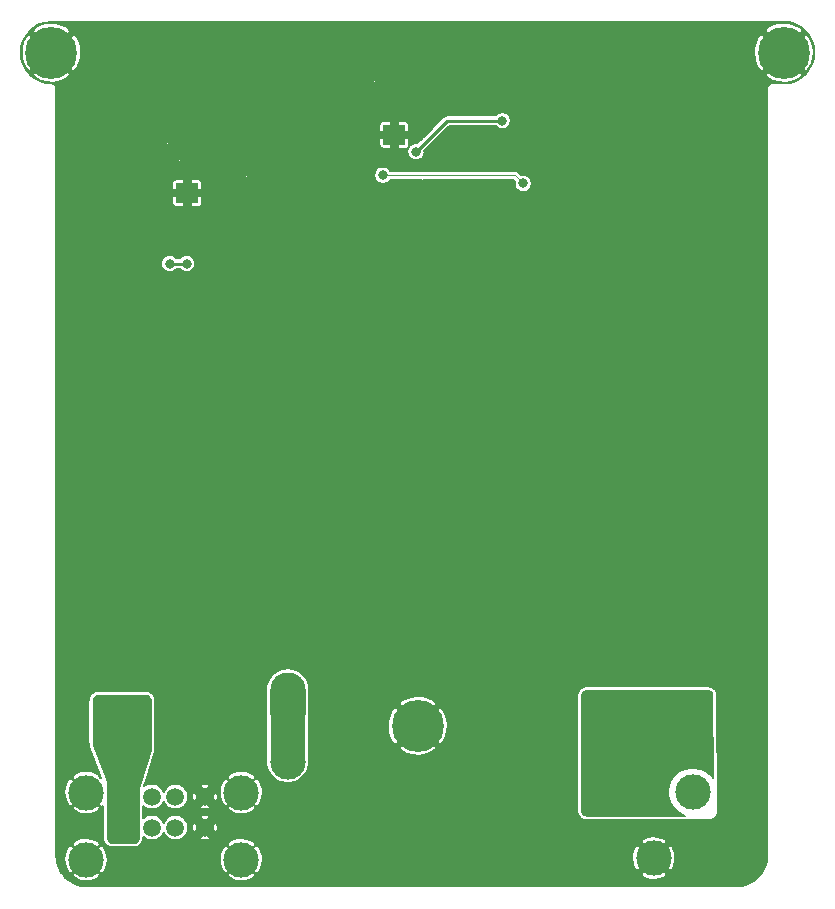
<source format=gbl>
G04 #@! TF.GenerationSoftware,KiCad,Pcbnew,(5.0.1)-3*
G04 #@! TF.CreationDate,2019-05-15T20:24:53+02:00*
G04 #@! TF.ProjectId,Milwaukee_USB_charger,4D696C7761756B65655F5553425F6368,rev?*
G04 #@! TF.SameCoordinates,Original*
G04 #@! TF.FileFunction,Copper,L2,Bot,Signal*
G04 #@! TF.FilePolarity,Positive*
%FSLAX46Y46*%
G04 Gerber Fmt 4.6, Leading zero omitted, Abs format (unit mm)*
G04 Created by KiCad (PCBNEW (5.0.1)-3) date 15-May-19 20:24:53*
%MOMM*%
%LPD*%
G01*
G04 APERTURE LIST*
G04 #@! TA.AperFunction,SMDPad,CuDef*
%ADD10R,1.880000X1.680000*%
G04 #@! TD*
G04 #@! TA.AperFunction,ComponentPad*
%ADD11C,0.850000*%
G04 #@! TD*
G04 #@! TA.AperFunction,ComponentPad*
%ADD12C,0.550000*%
G04 #@! TD*
G04 #@! TA.AperFunction,SMDPad,CuDef*
%ADD13R,3.000000X5.080000*%
G04 #@! TD*
G04 #@! TA.AperFunction,ComponentPad*
%ADD14C,3.000000*%
G04 #@! TD*
G04 #@! TA.AperFunction,ComponentPad*
%ADD15O,3.000000X5.000000*%
G04 #@! TD*
G04 #@! TA.AperFunction,ComponentPad*
%ADD16C,1.500000*%
G04 #@! TD*
G04 #@! TA.AperFunction,ComponentPad*
%ADD17R,1.500000X1.500000*%
G04 #@! TD*
G04 #@! TA.AperFunction,ComponentPad*
%ADD18C,0.700000*%
G04 #@! TD*
G04 #@! TA.AperFunction,ComponentPad*
%ADD19C,4.400000*%
G04 #@! TD*
G04 #@! TA.AperFunction,ViaPad*
%ADD20C,0.800000*%
G04 #@! TD*
G04 #@! TA.AperFunction,Conductor*
%ADD21C,0.250000*%
G04 #@! TD*
G04 #@! TA.AperFunction,Conductor*
%ADD22C,0.125000*%
G04 #@! TD*
G04 #@! TA.AperFunction,Conductor*
%ADD23C,0.150000*%
G04 #@! TD*
G04 #@! TA.AperFunction,Conductor*
%ADD24C,0.254000*%
G04 #@! TD*
G04 APERTURE END LIST*
D10*
G04 #@! TO.P,U1,9*
G04 #@! TO.N,GND*
X80500000Y-50900000D03*
D11*
X81000000Y-50500000D03*
X80000000Y-51300000D03*
D12*
X80970000Y-51320000D03*
X80030000Y-50480000D03*
G04 #@! TD*
D10*
G04 #@! TO.P,U2,9*
G04 #@! TO.N,GND*
X98035759Y-45966239D03*
D11*
X98535759Y-45566239D03*
X97535759Y-46366239D03*
D12*
X98505759Y-46386239D03*
X97565759Y-45546239D03*
G04 #@! TD*
D13*
G04 #@! TO.P,J1,1*
G04 #@! TO.N,BATT+*
X89000000Y-96500000D03*
D14*
X89000000Y-99040000D03*
D15*
X89000000Y-93960000D03*
G04 #@! TD*
D13*
G04 #@! TO.P,J2,1*
G04 #@! TO.N,GND*
X111000000Y-96500000D03*
D14*
X111000000Y-99040000D03*
D15*
X111000000Y-93960000D03*
G04 #@! TD*
D16*
G04 #@! TO.P,J3,8*
G04 #@! TO.N,GND*
X82000000Y-104620000D03*
G04 #@! TO.P,J3,7*
G04 #@! TO.N,N/C*
X79500000Y-104620000D03*
G04 #@! TO.P,J3,6*
X77500000Y-104620000D03*
G04 #@! TO.P,J3,5*
G04 #@! TO.N,+5V*
X75000000Y-104620000D03*
D14*
G04 #@! TO.P,J3,9*
G04 #@! TO.N,GND*
X85070000Y-107330000D03*
X71930000Y-107330000D03*
D16*
G04 #@! TO.P,J3,4*
X82000000Y-102000000D03*
G04 #@! TO.P,J3,3*
G04 #@! TO.N,N/C*
X79500000Y-102000000D03*
G04 #@! TO.P,J3,2*
X77500000Y-102000000D03*
D17*
G04 #@! TO.P,J3,1*
G04 #@! TO.N,+5V*
X75000000Y-102000000D03*
D14*
G04 #@! TO.P,J3,9*
G04 #@! TO.N,GND*
X71930000Y-101650000D03*
X85070000Y-101650000D03*
G04 #@! TD*
G04 #@! TO.P,J4,2*
G04 #@! TO.N,GND*
X120000000Y-107200000D03*
G04 #@! TO.P,J4,1*
G04 #@! TO.N,+12V*
X116698000Y-101612000D03*
G04 #@! TO.P,J4,3*
G04 #@! TO.N,N/C*
X123302000Y-101612000D03*
G04 #@! TD*
D18*
G04 #@! TO.P,H1,1*
G04 #@! TO.N,GND*
X70166726Y-37833274D03*
X69000000Y-37350000D03*
X67833274Y-37833274D03*
X67350000Y-39000000D03*
X67833274Y-40166726D03*
X69000000Y-40650000D03*
X70166726Y-40166726D03*
X70650000Y-39000000D03*
D19*
X69000000Y-39000000D03*
G04 #@! TD*
G04 #@! TO.P,H2,1*
G04 #@! TO.N,GND*
X131000000Y-39000000D03*
D18*
X132650000Y-39000000D03*
X132166726Y-40166726D03*
X131000000Y-40650000D03*
X129833274Y-40166726D03*
X129350000Y-39000000D03*
X129833274Y-37833274D03*
X131000000Y-37350000D03*
X132166726Y-37833274D03*
G04 #@! TD*
G04 #@! TO.P,H3,1*
G04 #@! TO.N,GND*
X101166726Y-94833274D03*
X100000000Y-94350000D03*
X98833274Y-94833274D03*
X98350000Y-96000000D03*
X98833274Y-97166726D03*
X100000000Y-97650000D03*
X101166726Y-97166726D03*
X101650000Y-96000000D03*
D19*
X100000000Y-96000000D03*
G04 #@! TD*
D20*
G04 #@! TO.N,GND*
X78060759Y-50071239D03*
X95000000Y-44000000D03*
X95000000Y-45000000D03*
X95000000Y-46000000D03*
X95000000Y-47000000D03*
X95000000Y-48000000D03*
X95000000Y-49000000D03*
X94000000Y-49000000D03*
X94000000Y-48000000D03*
X94000000Y-47000000D03*
X94000000Y-46000000D03*
X94000000Y-45000000D03*
X94000000Y-44000000D03*
X93000000Y-44000000D03*
X93000000Y-45000000D03*
X93000000Y-46000000D03*
X93000000Y-47000000D03*
X93000000Y-48000000D03*
X93000000Y-49000000D03*
X98060000Y-60170000D03*
X71060759Y-48071239D03*
X72060759Y-48071239D03*
X73060759Y-48071239D03*
X74060759Y-48071239D03*
X75060759Y-48071239D03*
X76060759Y-48071239D03*
X76060759Y-49071239D03*
X75060759Y-49071239D03*
X74060759Y-49071239D03*
X73060759Y-49071239D03*
X72060759Y-49071239D03*
X71060759Y-49071239D03*
X71060759Y-50071239D03*
X72060759Y-50071239D03*
X73060759Y-50071239D03*
X74060759Y-50071239D03*
X75060759Y-50071239D03*
X76060759Y-50071239D03*
X77060759Y-50071239D03*
X77060759Y-49071239D03*
X78060759Y-49071239D03*
X74930000Y-108170000D03*
X79930000Y-108170000D03*
X89930000Y-108170000D03*
X94930000Y-108170000D03*
X99930000Y-108170000D03*
X104930000Y-108170000D03*
X109930000Y-108170000D03*
X114930000Y-108170000D03*
X69930000Y-103170000D03*
X69930000Y-98170000D03*
X69930000Y-93170000D03*
X69930000Y-88170000D03*
X69930000Y-83170000D03*
X69930000Y-78170000D03*
X74930000Y-88170000D03*
X84930000Y-93170000D03*
X84930000Y-98170000D03*
X94930000Y-103170000D03*
X99930000Y-103170000D03*
X104930000Y-103170000D03*
X109930000Y-103170000D03*
X104930000Y-98170000D03*
X94930000Y-98170000D03*
X94930000Y-93170000D03*
X104930000Y-93170000D03*
X89930000Y-103170000D03*
X94930000Y-88170000D03*
X99930000Y-88170000D03*
X99930000Y-83170000D03*
X94930000Y-78170000D03*
X99930000Y-78170000D03*
X94930000Y-83170000D03*
X94930000Y-73170000D03*
X119930000Y-68170000D03*
X124930000Y-68170000D03*
X89930000Y-38170000D03*
X84930000Y-38170000D03*
X84930000Y-44170000D03*
X79930000Y-38170000D03*
X74951317Y-38170000D03*
X109930000Y-38170000D03*
X114930000Y-38170000D03*
X119930000Y-38170000D03*
X124930000Y-43170000D03*
X124930000Y-48170000D03*
X124930000Y-53170000D03*
X108130000Y-61070000D03*
X89930000Y-50670000D03*
X70930000Y-74170000D03*
X71930000Y-76170000D03*
X75930000Y-74170000D03*
X75930000Y-76170000D03*
X77930000Y-76170000D03*
X82930000Y-72170000D03*
X85930000Y-72170000D03*
X83930000Y-78170000D03*
X73930000Y-60170000D03*
X70930000Y-58170000D03*
X72930000Y-58170000D03*
X74930000Y-58170000D03*
X71060759Y-47071239D03*
X72060759Y-47071239D03*
X74060759Y-47071239D03*
X73060759Y-47071239D03*
X75060759Y-47071239D03*
X76060759Y-47071239D03*
X77060759Y-48071239D03*
X127430000Y-78170000D03*
X127430000Y-73170000D03*
X127430000Y-68170000D03*
X127430000Y-63170000D03*
X127430000Y-58170000D03*
X127430000Y-53170000D03*
X127430000Y-48170000D03*
X127430000Y-43170000D03*
X122430000Y-55670000D03*
X122430000Y-50670000D03*
X122430000Y-45670000D03*
X122430000Y-40670000D03*
X117430000Y-65670000D03*
X102930000Y-48170000D03*
X102930000Y-46170000D03*
X105930000Y-46170000D03*
X108930000Y-46170000D03*
X102930000Y-43170000D03*
X103930000Y-41170000D03*
X105930000Y-41170000D03*
X104930000Y-39170000D03*
X127430000Y-83170000D03*
X74930000Y-83170000D03*
X117430000Y-73170000D03*
X122430000Y-73170000D03*
X114930000Y-70670000D03*
X119930000Y-70670000D03*
X124930000Y-70670000D03*
X122430000Y-78170000D03*
X119930000Y-75670000D03*
X124930000Y-75670000D03*
X124930000Y-80670000D03*
X127430000Y-88170000D03*
X127430000Y-93170000D03*
X127430000Y-98170000D03*
X127430000Y-103170000D03*
X127430000Y-108170000D03*
X124930000Y-105670000D03*
X97430000Y-75670000D03*
X102430000Y-80670000D03*
X97430000Y-80670000D03*
X102430000Y-85670000D03*
X97430000Y-85670000D03*
X102930000Y-56970000D03*
X96930000Y-55370000D03*
X96930000Y-56770000D03*
X96930000Y-58370000D03*
X93660000Y-55370000D03*
X93860000Y-59370000D03*
X98930000Y-58370000D03*
X98930000Y-56770000D03*
X98930000Y-55370000D03*
X93930000Y-50470000D03*
X96430000Y-50470000D03*
X81330000Y-58270000D03*
X80630000Y-60070000D03*
X94460000Y-60970000D03*
X98060000Y-62170000D03*
X94460000Y-62370000D03*
X93460000Y-57170000D03*
X92000000Y-44000000D03*
X92000000Y-45000000D03*
X92000000Y-46000000D03*
X92000000Y-47000000D03*
X92000000Y-48000000D03*
X92000000Y-49000000D03*
X91000000Y-49000000D03*
X91000000Y-48000000D03*
X91000000Y-47000000D03*
X91000000Y-46000000D03*
X91000000Y-45000000D03*
X91000000Y-44000000D03*
X90000000Y-49000000D03*
X90000000Y-48000000D03*
X90000000Y-47000000D03*
X90000000Y-46000000D03*
X90000000Y-45000000D03*
X90000000Y-44000000D03*
X74930000Y-44170000D03*
X74930000Y-41170000D03*
X79930000Y-41170000D03*
X84930000Y-41170000D03*
X89930000Y-41170000D03*
X69930000Y-44170000D03*
X124930000Y-38170000D03*
G04 #@! TO.N,+5V*
X73460000Y-98370000D03*
X75060000Y-98370000D03*
X76660000Y-98370000D03*
X74260000Y-99770000D03*
X75860000Y-99770000D03*
G04 #@! TO.N,+12V*
X114630000Y-98570000D03*
X116130000Y-98570000D03*
X120630000Y-98570000D03*
X122130000Y-98570000D03*
X123630000Y-98570000D03*
X117630000Y-98570000D03*
X119130000Y-98570000D03*
X119130000Y-100070000D03*
X120630000Y-100070000D03*
X119130000Y-101570000D03*
X120630000Y-101570000D03*
X119130000Y-103070000D03*
X120630000Y-103070000D03*
X119430000Y-97170000D03*
X119430000Y-95670000D03*
X119430000Y-94170000D03*
G04 #@! TO.N,Net-(Q1-Pad3)*
X79010749Y-56871239D03*
X80460749Y-56871239D03*
G04 #@! TO.N,Net-(Q2-Pad1)*
X99860759Y-47406241D03*
X107160759Y-44771239D03*
G04 #@! TO.N,Net-(Q2-Pad3)*
X97060759Y-49371239D03*
X108930000Y-50070000D03*
G04 #@! TD*
D21*
G04 #@! TO.N,Net-(Q1-Pad3)*
X79010749Y-56871239D02*
X80460749Y-56871239D01*
G04 #@! TO.N,Net-(Q2-Pad1)*
X99860759Y-47406241D02*
X102495761Y-44771239D01*
X102495761Y-44771239D02*
X107160759Y-44771239D01*
D22*
G04 #@! TO.N,Net-(Q2-Pad3)*
X97060759Y-49371239D02*
X108231239Y-49371239D01*
X108231239Y-49371239D02*
X108930000Y-50070000D01*
G04 #@! TD*
D23*
G04 #@! TO.N,GND*
G36*
X131504636Y-36451399D02*
X131990055Y-36597955D01*
X132437754Y-36836000D01*
X132830699Y-37156479D01*
X133153907Y-37547170D01*
X133395076Y-37993204D01*
X133545017Y-38477582D01*
X133598018Y-38981862D01*
X133552062Y-39486835D01*
X133408899Y-39973260D01*
X133173985Y-40422610D01*
X132856258Y-40817782D01*
X132467828Y-41143713D01*
X132023494Y-41387989D01*
X131540172Y-41541308D01*
X131018132Y-41599864D01*
X130998646Y-41600000D01*
X130019646Y-41600000D01*
X130000000Y-41598065D01*
X129980353Y-41600000D01*
X129921586Y-41605788D01*
X129846186Y-41628660D01*
X129776697Y-41665803D01*
X129715789Y-41715789D01*
X129665803Y-41776697D01*
X129628660Y-41846186D01*
X129605788Y-41921586D01*
X129598065Y-42000000D01*
X129600000Y-42019647D01*
X129600001Y-106980426D01*
X129548601Y-107504637D01*
X129402046Y-107990053D01*
X129163998Y-108437757D01*
X128843522Y-108830698D01*
X128452830Y-109153907D01*
X128006795Y-109395077D01*
X127522419Y-109545016D01*
X126999288Y-109600000D01*
X72019564Y-109600000D01*
X71495363Y-109548601D01*
X71009947Y-109402046D01*
X70562243Y-109163998D01*
X70169302Y-108843522D01*
X69956934Y-108586813D01*
X70708542Y-108586813D01*
X70872427Y-108828157D01*
X71185024Y-109005692D01*
X71526250Y-109118832D01*
X71882992Y-109163228D01*
X72241540Y-109137174D01*
X72588116Y-109041671D01*
X72909402Y-108880390D01*
X72987573Y-108828157D01*
X73151458Y-108586813D01*
X83848542Y-108586813D01*
X84012427Y-108828157D01*
X84325024Y-109005692D01*
X84666250Y-109118832D01*
X85022992Y-109163228D01*
X85381540Y-109137174D01*
X85728116Y-109041671D01*
X86049402Y-108880390D01*
X86127573Y-108828157D01*
X86291458Y-108586813D01*
X86263998Y-108559353D01*
X118893792Y-108559353D01*
X119072063Y-108781729D01*
X119398473Y-108932368D01*
X119748001Y-109016434D01*
X120107212Y-109030694D01*
X120462302Y-108974602D01*
X120799627Y-108850313D01*
X120927937Y-108781729D01*
X121106208Y-108559353D01*
X120000000Y-107453144D01*
X118893792Y-108559353D01*
X86263998Y-108559353D01*
X85070000Y-107365355D01*
X83848542Y-108586813D01*
X73151458Y-108586813D01*
X71930000Y-107365355D01*
X70708542Y-108586813D01*
X69956934Y-108586813D01*
X69846093Y-108452830D01*
X69604923Y-108006795D01*
X69454984Y-107522419D01*
X69429819Y-107282992D01*
X70096772Y-107282992D01*
X70122826Y-107641540D01*
X70218329Y-107988116D01*
X70379610Y-108309402D01*
X70431843Y-108387573D01*
X70673187Y-108551458D01*
X71894645Y-107330000D01*
X71965355Y-107330000D01*
X73186813Y-108551458D01*
X73428157Y-108387573D01*
X73605692Y-108074976D01*
X73718832Y-107733750D01*
X73763228Y-107377008D01*
X73756397Y-107282992D01*
X83236772Y-107282992D01*
X83262826Y-107641540D01*
X83358329Y-107988116D01*
X83519610Y-108309402D01*
X83571843Y-108387573D01*
X83813187Y-108551458D01*
X85034645Y-107330000D01*
X85105355Y-107330000D01*
X86326813Y-108551458D01*
X86568157Y-108387573D01*
X86745692Y-108074976D01*
X86858832Y-107733750D01*
X86903228Y-107377008D01*
X86898157Y-107307212D01*
X118169306Y-107307212D01*
X118225398Y-107662302D01*
X118349687Y-107999627D01*
X118418271Y-108127937D01*
X118640647Y-108306208D01*
X119746856Y-107200000D01*
X120253144Y-107200000D01*
X121359353Y-108306208D01*
X121581729Y-108127937D01*
X121732368Y-107801527D01*
X121816434Y-107451999D01*
X121830694Y-107092788D01*
X121774602Y-106737698D01*
X121650313Y-106400373D01*
X121581729Y-106272063D01*
X121359353Y-106093792D01*
X120253144Y-107200000D01*
X119746856Y-107200000D01*
X118640647Y-106093792D01*
X118418271Y-106272063D01*
X118267632Y-106598473D01*
X118183566Y-106948001D01*
X118169306Y-107307212D01*
X86898157Y-107307212D01*
X86877174Y-107018460D01*
X86781671Y-106671884D01*
X86620390Y-106350598D01*
X86568157Y-106272427D01*
X86326813Y-106108542D01*
X85105355Y-107330000D01*
X85034645Y-107330000D01*
X83813187Y-106108542D01*
X83571843Y-106272427D01*
X83394308Y-106585024D01*
X83281168Y-106926250D01*
X83236772Y-107282992D01*
X73756397Y-107282992D01*
X73737174Y-107018460D01*
X73641671Y-106671884D01*
X73480390Y-106350598D01*
X73428157Y-106272427D01*
X73186813Y-106108542D01*
X71965355Y-107330000D01*
X71894645Y-107330000D01*
X70673187Y-106108542D01*
X70431843Y-106272427D01*
X70254308Y-106585024D01*
X70141168Y-106926250D01*
X70096772Y-107282992D01*
X69429819Y-107282992D01*
X69400000Y-106999288D01*
X69400000Y-106073187D01*
X70708542Y-106073187D01*
X71930000Y-107294645D01*
X73151458Y-106073187D01*
X72987573Y-105831843D01*
X72674976Y-105654308D01*
X72333750Y-105541168D01*
X71977008Y-105496772D01*
X71618460Y-105522826D01*
X71271884Y-105618329D01*
X70950598Y-105779610D01*
X70872427Y-105831843D01*
X70708542Y-106073187D01*
X69400000Y-106073187D01*
X69400000Y-102906813D01*
X70708542Y-102906813D01*
X70872427Y-103148157D01*
X71185024Y-103325692D01*
X71526250Y-103438832D01*
X71882992Y-103483228D01*
X72241540Y-103457174D01*
X72588116Y-103361671D01*
X72909402Y-103200390D01*
X72987573Y-103148157D01*
X73151458Y-102906813D01*
X71930000Y-101685355D01*
X70708542Y-102906813D01*
X69400000Y-102906813D01*
X69400000Y-101602992D01*
X70096772Y-101602992D01*
X70122826Y-101961540D01*
X70218329Y-102308116D01*
X70379610Y-102629402D01*
X70431843Y-102707573D01*
X70673187Y-102871458D01*
X71894645Y-101650000D01*
X70673187Y-100428542D01*
X70431843Y-100592427D01*
X70254308Y-100905024D01*
X70141168Y-101246250D01*
X70096772Y-101602992D01*
X69400000Y-101602992D01*
X69400000Y-100393187D01*
X70708542Y-100393187D01*
X71930000Y-101614645D01*
X71944143Y-101600503D01*
X71979498Y-101635858D01*
X71965355Y-101650000D01*
X73186813Y-102871458D01*
X73335000Y-102770831D01*
X73335000Y-105470000D01*
X73337780Y-105512421D01*
X73354817Y-105641831D01*
X73376776Y-105723782D01*
X73426726Y-105844372D01*
X73469148Y-105917849D01*
X73548608Y-106021402D01*
X73608598Y-106081392D01*
X73712151Y-106160852D01*
X73785628Y-106203274D01*
X73906218Y-106253224D01*
X73988169Y-106275183D01*
X74117579Y-106292220D01*
X74160000Y-106295000D01*
X75960000Y-106295000D01*
X76002421Y-106292220D01*
X76131831Y-106275183D01*
X76213782Y-106253224D01*
X76334372Y-106203274D01*
X76407849Y-106160852D01*
X76511402Y-106081392D01*
X76519607Y-106073187D01*
X83848542Y-106073187D01*
X85070000Y-107294645D01*
X86291458Y-106073187D01*
X86133552Y-105840647D01*
X118893792Y-105840647D01*
X120000000Y-106946856D01*
X121106208Y-105840647D01*
X120927937Y-105618271D01*
X120601527Y-105467632D01*
X120251999Y-105383566D01*
X119892788Y-105369306D01*
X119537698Y-105425398D01*
X119200373Y-105549687D01*
X119072063Y-105618271D01*
X118893792Y-105840647D01*
X86133552Y-105840647D01*
X86127573Y-105831843D01*
X85814976Y-105654308D01*
X85473750Y-105541168D01*
X85117008Y-105496772D01*
X84758460Y-105522826D01*
X84411884Y-105618329D01*
X84090598Y-105779610D01*
X84012427Y-105831843D01*
X83848542Y-106073187D01*
X76519607Y-106073187D01*
X76571392Y-106021402D01*
X76650852Y-105917849D01*
X76693274Y-105844372D01*
X76743224Y-105723782D01*
X76765183Y-105641831D01*
X76782220Y-105512421D01*
X76785000Y-105470000D01*
X76785000Y-105425279D01*
X76814728Y-105455007D01*
X76990797Y-105572652D01*
X77186434Y-105653688D01*
X77394122Y-105695000D01*
X77605878Y-105695000D01*
X77813566Y-105653688D01*
X78009203Y-105572652D01*
X78185272Y-105455007D01*
X78335007Y-105305272D01*
X78452652Y-105129203D01*
X78500000Y-105014896D01*
X78547348Y-105129203D01*
X78664993Y-105305272D01*
X78814728Y-105455007D01*
X78990797Y-105572652D01*
X79186434Y-105653688D01*
X79394122Y-105695000D01*
X79605878Y-105695000D01*
X79813566Y-105653688D01*
X80009203Y-105572652D01*
X80091376Y-105517746D01*
X81561873Y-105517746D01*
X81657424Y-105644439D01*
X81863864Y-105691589D01*
X82075537Y-105697556D01*
X82284306Y-105662115D01*
X82342576Y-105644439D01*
X82438127Y-105517746D01*
X82000000Y-105079619D01*
X81561873Y-105517746D01*
X80091376Y-105517746D01*
X80185272Y-105455007D01*
X80335007Y-105305272D01*
X80452652Y-105129203D01*
X80533688Y-104933566D01*
X80575000Y-104725878D01*
X80575000Y-104695537D01*
X80922444Y-104695537D01*
X80957885Y-104904306D01*
X80975561Y-104962576D01*
X81102254Y-105058127D01*
X81540381Y-104620000D01*
X82459619Y-104620000D01*
X82897746Y-105058127D01*
X83024439Y-104962576D01*
X83071589Y-104756136D01*
X83077556Y-104544463D01*
X83042115Y-104335694D01*
X83024439Y-104277424D01*
X82897746Y-104181873D01*
X82459619Y-104620000D01*
X81540381Y-104620000D01*
X81102254Y-104181873D01*
X80975561Y-104277424D01*
X80928411Y-104483864D01*
X80922444Y-104695537D01*
X80575000Y-104695537D01*
X80575000Y-104514122D01*
X80533688Y-104306434D01*
X80452652Y-104110797D01*
X80335007Y-103934728D01*
X80185272Y-103784993D01*
X80091377Y-103722254D01*
X81561873Y-103722254D01*
X82000000Y-104160381D01*
X82438127Y-103722254D01*
X82342576Y-103595561D01*
X82136136Y-103548411D01*
X81924463Y-103542444D01*
X81715694Y-103577885D01*
X81657424Y-103595561D01*
X81561873Y-103722254D01*
X80091377Y-103722254D01*
X80009203Y-103667348D01*
X79813566Y-103586312D01*
X79605878Y-103545000D01*
X79394122Y-103545000D01*
X79186434Y-103586312D01*
X78990797Y-103667348D01*
X78814728Y-103784993D01*
X78664993Y-103934728D01*
X78547348Y-104110797D01*
X78500000Y-104225104D01*
X78452652Y-104110797D01*
X78335007Y-103934728D01*
X78185272Y-103784993D01*
X78009203Y-103667348D01*
X77813566Y-103586312D01*
X77605878Y-103545000D01*
X77394122Y-103545000D01*
X77186434Y-103586312D01*
X76990797Y-103667348D01*
X76814728Y-103784993D01*
X76785000Y-103814721D01*
X76785000Y-102805279D01*
X76814728Y-102835007D01*
X76990797Y-102952652D01*
X77186434Y-103033688D01*
X77394122Y-103075000D01*
X77605878Y-103075000D01*
X77813566Y-103033688D01*
X78009203Y-102952652D01*
X78185272Y-102835007D01*
X78335007Y-102685272D01*
X78452652Y-102509203D01*
X78500000Y-102394896D01*
X78547348Y-102509203D01*
X78664993Y-102685272D01*
X78814728Y-102835007D01*
X78990797Y-102952652D01*
X79186434Y-103033688D01*
X79394122Y-103075000D01*
X79605878Y-103075000D01*
X79813566Y-103033688D01*
X80009203Y-102952652D01*
X80091376Y-102897746D01*
X81561873Y-102897746D01*
X81657424Y-103024439D01*
X81863864Y-103071589D01*
X82075537Y-103077556D01*
X82284306Y-103042115D01*
X82342576Y-103024439D01*
X82431288Y-102906813D01*
X83848542Y-102906813D01*
X84012427Y-103148157D01*
X84325024Y-103325692D01*
X84666250Y-103438832D01*
X85022992Y-103483228D01*
X85381540Y-103457174D01*
X85728116Y-103361671D01*
X86049402Y-103200390D01*
X86127573Y-103148157D01*
X86291458Y-102906813D01*
X85070000Y-101685355D01*
X83848542Y-102906813D01*
X82431288Y-102906813D01*
X82438127Y-102897746D01*
X82000000Y-102459619D01*
X81561873Y-102897746D01*
X80091376Y-102897746D01*
X80185272Y-102835007D01*
X80335007Y-102685272D01*
X80452652Y-102509203D01*
X80533688Y-102313566D01*
X80575000Y-102105878D01*
X80575000Y-102075537D01*
X80922444Y-102075537D01*
X80957885Y-102284306D01*
X80975561Y-102342576D01*
X81102254Y-102438127D01*
X81540381Y-102000000D01*
X82459619Y-102000000D01*
X82897746Y-102438127D01*
X83024439Y-102342576D01*
X83071589Y-102136136D01*
X83077556Y-101924463D01*
X83042115Y-101715694D01*
X83024439Y-101657424D01*
X82952267Y-101602992D01*
X83236772Y-101602992D01*
X83262826Y-101961540D01*
X83358329Y-102308116D01*
X83519610Y-102629402D01*
X83571843Y-102707573D01*
X83813187Y-102871458D01*
X85034645Y-101650000D01*
X85105355Y-101650000D01*
X86326813Y-102871458D01*
X86568157Y-102707573D01*
X86745692Y-102394976D01*
X86858832Y-102053750D01*
X86903228Y-101697008D01*
X86877174Y-101338460D01*
X86781671Y-100991884D01*
X86620390Y-100670598D01*
X86568157Y-100592427D01*
X86326813Y-100428542D01*
X85105355Y-101650000D01*
X85034645Y-101650000D01*
X83813187Y-100428542D01*
X83571843Y-100592427D01*
X83394308Y-100905024D01*
X83281168Y-101246250D01*
X83236772Y-101602992D01*
X82952267Y-101602992D01*
X82897746Y-101561873D01*
X82459619Y-102000000D01*
X81540381Y-102000000D01*
X81102254Y-101561873D01*
X80975561Y-101657424D01*
X80928411Y-101863864D01*
X80922444Y-102075537D01*
X80575000Y-102075537D01*
X80575000Y-101894122D01*
X80533688Y-101686434D01*
X80452652Y-101490797D01*
X80335007Y-101314728D01*
X80185272Y-101164993D01*
X80091377Y-101102254D01*
X81561873Y-101102254D01*
X82000000Y-101540381D01*
X82438127Y-101102254D01*
X82342576Y-100975561D01*
X82136136Y-100928411D01*
X81924463Y-100922444D01*
X81715694Y-100957885D01*
X81657424Y-100975561D01*
X81561873Y-101102254D01*
X80091377Y-101102254D01*
X80009203Y-101047348D01*
X79813566Y-100966312D01*
X79605878Y-100925000D01*
X79394122Y-100925000D01*
X79186434Y-100966312D01*
X78990797Y-101047348D01*
X78814728Y-101164993D01*
X78664993Y-101314728D01*
X78547348Y-101490797D01*
X78500000Y-101605104D01*
X78452652Y-101490797D01*
X78335007Y-101314728D01*
X78185272Y-101164993D01*
X78009203Y-101047348D01*
X77813566Y-100966312D01*
X77605878Y-100925000D01*
X77394122Y-100925000D01*
X77186434Y-100966312D01*
X76990797Y-101047348D01*
X76869906Y-101128125D01*
X77086064Y-100393187D01*
X83848542Y-100393187D01*
X85070000Y-101614645D01*
X86291458Y-100393187D01*
X86127573Y-100151843D01*
X85814976Y-99974308D01*
X85473750Y-99861168D01*
X85117008Y-99816772D01*
X84758460Y-99842826D01*
X84411884Y-99938329D01*
X84090598Y-100099610D01*
X84012427Y-100151843D01*
X83848542Y-100393187D01*
X77086064Y-100393187D01*
X77751477Y-98130783D01*
X77761365Y-98085403D01*
X77781682Y-97944319D01*
X77785000Y-97897995D01*
X77785000Y-93960000D01*
X87173428Y-93960000D01*
X87173428Y-99040000D01*
X87175000Y-99055961D01*
X87175000Y-99219747D01*
X87245134Y-99572333D01*
X87382706Y-99904461D01*
X87582430Y-100203369D01*
X87836631Y-100457570D01*
X88135539Y-100657294D01*
X88467667Y-100794866D01*
X88820253Y-100865000D01*
X89179747Y-100865000D01*
X89532333Y-100794866D01*
X89864461Y-100657294D01*
X90163369Y-100457570D01*
X90417570Y-100203369D01*
X90617294Y-99904461D01*
X90754866Y-99572333D01*
X90825000Y-99219747D01*
X90825000Y-99055961D01*
X90826572Y-99040000D01*
X90826572Y-97858584D01*
X98394560Y-97858584D01*
X98657191Y-98152751D01*
X99102974Y-98373355D01*
X99583228Y-98502753D01*
X100079499Y-98535971D01*
X100572715Y-98471734D01*
X101043923Y-98312509D01*
X101342809Y-98152751D01*
X101605440Y-97858584D01*
X101445148Y-97698292D01*
X101446593Y-97694081D01*
X101166726Y-97414213D01*
X101163898Y-97417042D01*
X100916410Y-97169554D01*
X100919239Y-97166726D01*
X100639371Y-96886859D01*
X100635160Y-96888304D01*
X100000000Y-96253144D01*
X99364840Y-96888304D01*
X99360629Y-96886859D01*
X99080761Y-97166726D01*
X99083590Y-97169554D01*
X98836102Y-97417042D01*
X98833274Y-97414213D01*
X98553407Y-97694081D01*
X98554852Y-97698292D01*
X98394560Y-97858584D01*
X90826572Y-97858584D01*
X90826572Y-96079499D01*
X97464029Y-96079499D01*
X97528266Y-96572715D01*
X97687491Y-97043923D01*
X97847249Y-97342809D01*
X98141416Y-97605440D01*
X98301708Y-97445148D01*
X98305919Y-97446593D01*
X98585787Y-97166726D01*
X98582958Y-97163898D01*
X98830446Y-96916410D01*
X98833274Y-96919239D01*
X99113141Y-96639371D01*
X99111696Y-96635160D01*
X99746856Y-96000000D01*
X100253144Y-96000000D01*
X100888304Y-96635160D01*
X100886859Y-96639371D01*
X101166726Y-96919239D01*
X101169554Y-96916410D01*
X101417042Y-97163898D01*
X101414213Y-97166726D01*
X101694081Y-97446593D01*
X101698292Y-97445148D01*
X101858584Y-97605440D01*
X102152751Y-97342809D01*
X102373355Y-96897026D01*
X102502753Y-96416772D01*
X102535971Y-95920501D01*
X102471734Y-95427285D01*
X102312509Y-94956077D01*
X102152751Y-94657191D01*
X101858584Y-94394560D01*
X101698292Y-94554852D01*
X101694081Y-94553407D01*
X101414213Y-94833274D01*
X101417042Y-94836102D01*
X101169554Y-95083590D01*
X101166726Y-95080761D01*
X100886859Y-95360629D01*
X100888304Y-95364840D01*
X100253144Y-96000000D01*
X99746856Y-96000000D01*
X99111696Y-95364840D01*
X99113141Y-95360629D01*
X98833274Y-95080761D01*
X98830446Y-95083590D01*
X98582958Y-94836102D01*
X98585787Y-94833274D01*
X98305919Y-94553407D01*
X98301708Y-94554852D01*
X98141416Y-94394560D01*
X97847249Y-94657191D01*
X97626645Y-95102974D01*
X97497247Y-95583228D01*
X97464029Y-96079499D01*
X90826572Y-96079499D01*
X90826572Y-94141416D01*
X98394560Y-94141416D01*
X98554852Y-94301708D01*
X98553407Y-94305919D01*
X98833274Y-94585787D01*
X98836102Y-94582958D01*
X99083590Y-94830446D01*
X99080761Y-94833274D01*
X99360629Y-95113141D01*
X99364840Y-95111696D01*
X100000000Y-95746856D01*
X100635160Y-95111696D01*
X100639371Y-95113141D01*
X100919239Y-94833274D01*
X100916410Y-94830446D01*
X101163898Y-94582958D01*
X101166726Y-94585787D01*
X101446593Y-94305919D01*
X101445148Y-94301708D01*
X101605440Y-94141416D01*
X101342809Y-93847249D01*
X100897026Y-93626645D01*
X100416772Y-93497247D01*
X100009707Y-93470000D01*
X113505000Y-93470000D01*
X113505000Y-103170000D01*
X113507780Y-103212421D01*
X113524817Y-103341831D01*
X113546776Y-103423782D01*
X113596726Y-103544372D01*
X113639148Y-103617849D01*
X113718608Y-103721402D01*
X113778598Y-103781392D01*
X113882151Y-103860852D01*
X113955628Y-103903274D01*
X114076218Y-103953224D01*
X114158169Y-103975183D01*
X114287579Y-103992220D01*
X114330000Y-103995000D01*
X124625305Y-103995000D01*
X124667976Y-103992187D01*
X124798138Y-103974948D01*
X124880540Y-103952730D01*
X125001726Y-103902201D01*
X125075504Y-103859299D01*
X125179358Y-103778964D01*
X125239422Y-103718336D01*
X125318782Y-103613736D01*
X125360992Y-103539561D01*
X125410386Y-103417908D01*
X125431832Y-103335303D01*
X125447854Y-103204986D01*
X125450269Y-103162290D01*
X125359615Y-93462290D01*
X125356474Y-93420149D01*
X125338437Y-93291655D01*
X125315973Y-93210359D01*
X125265479Y-93090833D01*
X125222856Y-93018058D01*
X125143307Y-92915549D01*
X125083389Y-92856188D01*
X124980141Y-92777601D01*
X124906972Y-92735661D01*
X124786979Y-92686286D01*
X124705478Y-92664583D01*
X124576821Y-92647747D01*
X124534651Y-92645000D01*
X114330000Y-92645000D01*
X114287579Y-92647780D01*
X114158169Y-92664817D01*
X114076218Y-92686776D01*
X113955628Y-92736726D01*
X113882151Y-92779148D01*
X113778598Y-92858608D01*
X113718608Y-92918598D01*
X113639148Y-93022151D01*
X113596726Y-93095628D01*
X113546776Y-93216218D01*
X113524817Y-93298169D01*
X113507780Y-93427579D01*
X113505000Y-93470000D01*
X100009707Y-93470000D01*
X99920501Y-93464029D01*
X99427285Y-93528266D01*
X98956077Y-93687491D01*
X98657191Y-93847249D01*
X98394560Y-94141416D01*
X90826572Y-94141416D01*
X90826572Y-93960000D01*
X90825000Y-93944039D01*
X90825000Y-92870349D01*
X90798593Y-92602238D01*
X90694238Y-92258224D01*
X90524774Y-91941179D01*
X90296714Y-91663286D01*
X90018821Y-91435226D01*
X89701776Y-91265762D01*
X89357762Y-91161407D01*
X89000000Y-91126170D01*
X88642239Y-91161407D01*
X88298225Y-91265762D01*
X87981180Y-91435226D01*
X87703287Y-91663286D01*
X87475227Y-91941179D01*
X87305763Y-92258224D01*
X87201408Y-92602238D01*
X87175001Y-92870349D01*
X87175001Y-93944034D01*
X87173428Y-93960000D01*
X77785000Y-93960000D01*
X77785000Y-93870000D01*
X77782220Y-93827579D01*
X77765183Y-93698169D01*
X77743224Y-93616218D01*
X77693274Y-93495628D01*
X77650852Y-93422151D01*
X77571392Y-93318598D01*
X77511402Y-93258608D01*
X77407849Y-93179148D01*
X77334372Y-93136726D01*
X77213782Y-93086776D01*
X77131831Y-93064817D01*
X77002421Y-93047780D01*
X76960000Y-93045000D01*
X72960000Y-93045000D01*
X72917579Y-93047780D01*
X72788169Y-93064817D01*
X72706218Y-93086776D01*
X72585628Y-93136726D01*
X72512151Y-93179148D01*
X72408598Y-93258608D01*
X72348608Y-93318598D01*
X72269148Y-93422151D01*
X72226726Y-93495628D01*
X72176776Y-93616218D01*
X72154817Y-93698169D01*
X72137780Y-93827579D01*
X72135000Y-93870000D01*
X72135000Y-97479333D01*
X72140215Y-97537321D01*
X72172050Y-97712882D01*
X72187528Y-97769009D01*
X73166103Y-100378539D01*
X73151457Y-100393185D01*
X72987573Y-100151843D01*
X72674976Y-99974308D01*
X72333750Y-99861168D01*
X71977008Y-99816772D01*
X71618460Y-99842826D01*
X71271884Y-99938329D01*
X70950598Y-100099610D01*
X70872427Y-100151843D01*
X70708542Y-100393187D01*
X69400000Y-100393187D01*
X69400000Y-46671745D01*
X70085761Y-46671745D01*
X70185002Y-61370506D01*
X70190709Y-61398701D01*
X70206967Y-61423033D01*
X70231299Y-61439291D01*
X70260000Y-61445000D01*
X77860000Y-61445000D01*
X77888545Y-61439356D01*
X77912913Y-61423153D01*
X77929226Y-61398858D01*
X77935000Y-61370169D01*
X77945328Y-56799833D01*
X78285749Y-56799833D01*
X78285749Y-56942645D01*
X78313610Y-57082714D01*
X78368262Y-57214655D01*
X78447605Y-57333400D01*
X78548588Y-57434383D01*
X78667333Y-57513726D01*
X78799274Y-57568378D01*
X78939343Y-57596239D01*
X79082155Y-57596239D01*
X79222224Y-57568378D01*
X79354165Y-57513726D01*
X79472910Y-57434383D01*
X79573893Y-57333400D01*
X79582019Y-57321239D01*
X79889479Y-57321239D01*
X79897605Y-57333400D01*
X79998588Y-57434383D01*
X80117333Y-57513726D01*
X80249274Y-57568378D01*
X80389343Y-57596239D01*
X80532155Y-57596239D01*
X80672224Y-57568378D01*
X80804165Y-57513726D01*
X80922910Y-57434383D01*
X81023893Y-57333400D01*
X81103236Y-57214655D01*
X81157888Y-57082714D01*
X81185749Y-56942645D01*
X81185749Y-56799833D01*
X81157888Y-56659764D01*
X81103236Y-56527823D01*
X81023893Y-56409078D01*
X80922910Y-56308095D01*
X80804165Y-56228752D01*
X80672224Y-56174100D01*
X80532155Y-56146239D01*
X80389343Y-56146239D01*
X80249274Y-56174100D01*
X80117333Y-56228752D01*
X79998588Y-56308095D01*
X79897605Y-56409078D01*
X79889479Y-56421239D01*
X79582019Y-56421239D01*
X79573893Y-56409078D01*
X79472910Y-56308095D01*
X79354165Y-56228752D01*
X79222224Y-56174100D01*
X79082155Y-56146239D01*
X78939343Y-56146239D01*
X78799274Y-56174100D01*
X78667333Y-56228752D01*
X78548588Y-56308095D01*
X78447605Y-56409078D01*
X78368262Y-56527823D01*
X78313610Y-56659764D01*
X78285749Y-56799833D01*
X77945328Y-56799833D01*
X77954831Y-52595000D01*
X85555000Y-52595000D01*
X85583570Y-52589345D01*
X85607933Y-52573133D01*
X85624237Y-52548832D01*
X85630000Y-52520142D01*
X85635759Y-49471381D01*
X85630050Y-49442538D01*
X85613792Y-49418206D01*
X85589460Y-49401948D01*
X85560759Y-49396239D01*
X79935759Y-49396239D01*
X79935759Y-48071239D01*
X79927167Y-48036382D01*
X79908773Y-48013622D01*
X79883069Y-47999634D01*
X79853969Y-47996547D01*
X78841435Y-48088596D01*
X78935593Y-46676228D01*
X78930050Y-46642538D01*
X78913792Y-46618206D01*
X78889460Y-46601948D01*
X78860759Y-46596239D01*
X70160759Y-46596239D01*
X70131591Y-46602143D01*
X70107369Y-46618565D01*
X70091276Y-46643006D01*
X70085761Y-46671745D01*
X69400000Y-46671745D01*
X69400000Y-41980353D01*
X69394212Y-41921586D01*
X69371340Y-41846186D01*
X69334197Y-41776697D01*
X69284211Y-41715789D01*
X69223302Y-41665803D01*
X69153813Y-41628660D01*
X69078413Y-41605788D01*
X69039095Y-41601916D01*
X69039033Y-41601909D01*
X69038096Y-41601817D01*
X69000000Y-41598065D01*
X68999915Y-41598073D01*
X68495363Y-41548601D01*
X68009947Y-41402046D01*
X67562243Y-41163998D01*
X67187770Y-40858584D01*
X67394560Y-40858584D01*
X67657191Y-41152751D01*
X68102974Y-41373355D01*
X68583228Y-41502753D01*
X69079499Y-41535971D01*
X69572715Y-41471734D01*
X69785003Y-41400000D01*
X92125000Y-41400000D01*
X92125000Y-63800000D01*
X92130709Y-63828701D01*
X92146967Y-63853033D01*
X92171299Y-63869291D01*
X92200000Y-63875000D01*
X100400000Y-63875000D01*
X100428600Y-63869333D01*
X100452956Y-63853110D01*
X100469249Y-63828802D01*
X100475000Y-63800109D01*
X100495468Y-49758739D01*
X108070732Y-49758739D01*
X108222518Y-49910525D01*
X108205000Y-49998594D01*
X108205000Y-50141406D01*
X108232861Y-50281475D01*
X108287513Y-50413416D01*
X108366856Y-50532161D01*
X108467839Y-50633144D01*
X108586584Y-50712487D01*
X108718525Y-50767139D01*
X108858594Y-50795000D01*
X109001406Y-50795000D01*
X109141475Y-50767139D01*
X109273416Y-50712487D01*
X109392161Y-50633144D01*
X109493144Y-50532161D01*
X109572487Y-50413416D01*
X109627139Y-50281475D01*
X109655000Y-50141406D01*
X109655000Y-49998594D01*
X109627139Y-49858525D01*
X109572487Y-49726584D01*
X109493144Y-49607839D01*
X109392161Y-49506856D01*
X109273416Y-49427513D01*
X109141475Y-49372861D01*
X109001406Y-49345000D01*
X108858594Y-49345000D01*
X108770525Y-49362518D01*
X108518701Y-49110694D01*
X108506568Y-49095910D01*
X108447564Y-49047486D01*
X108380246Y-49011504D01*
X108307202Y-48989347D01*
X108250265Y-48983739D01*
X108231239Y-48981865D01*
X108212213Y-48983739D01*
X100496598Y-48983739D01*
X100498387Y-47756930D01*
X100503246Y-47749657D01*
X100557898Y-47617716D01*
X100585759Y-47477647D01*
X100585759Y-47334835D01*
X100582906Y-47320490D01*
X102682157Y-45221239D01*
X106589489Y-45221239D01*
X106597615Y-45233400D01*
X106698598Y-45334383D01*
X106817343Y-45413726D01*
X106949284Y-45468378D01*
X107089353Y-45496239D01*
X107232165Y-45496239D01*
X107372234Y-45468378D01*
X107504175Y-45413726D01*
X107622920Y-45334383D01*
X107723903Y-45233400D01*
X107803246Y-45114655D01*
X107857898Y-44982714D01*
X107885759Y-44842645D01*
X107885759Y-44699833D01*
X107857898Y-44559764D01*
X107803246Y-44427823D01*
X107723903Y-44309078D01*
X107622920Y-44208095D01*
X107504175Y-44128752D01*
X107372234Y-44074100D01*
X107232165Y-44046239D01*
X107089353Y-44046239D01*
X106949284Y-44074100D01*
X106817343Y-44128752D01*
X106698598Y-44208095D01*
X106597615Y-44309078D01*
X106589489Y-44321239D01*
X102517855Y-44321239D01*
X102495761Y-44319063D01*
X102473667Y-44321239D01*
X102473656Y-44321239D01*
X102407546Y-44327750D01*
X102322720Y-44353482D01*
X102244544Y-44395268D01*
X102193193Y-44437411D01*
X102193189Y-44437415D01*
X102176024Y-44451502D01*
X102161937Y-44468667D01*
X100500758Y-46129846D01*
X100505000Y-43220109D01*
X100499291Y-43191299D01*
X100483033Y-43166967D01*
X100458701Y-43150709D01*
X100430000Y-43145000D01*
X97452709Y-43145000D01*
X97441603Y-43137596D01*
X97400000Y-43125000D01*
X96475000Y-43125000D01*
X96475000Y-41400000D01*
X96469291Y-41371299D01*
X96453033Y-41346967D01*
X96428701Y-41330709D01*
X96400000Y-41325000D01*
X92200000Y-41325000D01*
X92171299Y-41330709D01*
X92146967Y-41346967D01*
X92130709Y-41371299D01*
X92125000Y-41400000D01*
X69785003Y-41400000D01*
X70043923Y-41312509D01*
X70342809Y-41152751D01*
X70605440Y-40858584D01*
X129394560Y-40858584D01*
X129657191Y-41152751D01*
X130102974Y-41373355D01*
X130583228Y-41502753D01*
X131079499Y-41535971D01*
X131572715Y-41471734D01*
X132043923Y-41312509D01*
X132342809Y-41152751D01*
X132605440Y-40858584D01*
X132445148Y-40698292D01*
X132446593Y-40694081D01*
X132166726Y-40414213D01*
X132163898Y-40417042D01*
X131916410Y-40169554D01*
X131919239Y-40166726D01*
X131639371Y-39886859D01*
X131635160Y-39888304D01*
X131000000Y-39253144D01*
X130364840Y-39888304D01*
X130360629Y-39886859D01*
X130080761Y-40166726D01*
X130083590Y-40169554D01*
X129836102Y-40417042D01*
X129833274Y-40414213D01*
X129553407Y-40694081D01*
X129554852Y-40698292D01*
X129394560Y-40858584D01*
X70605440Y-40858584D01*
X70445148Y-40698292D01*
X70446593Y-40694081D01*
X70166726Y-40414213D01*
X70163898Y-40417042D01*
X69916410Y-40169554D01*
X69919239Y-40166726D01*
X69639371Y-39886859D01*
X69635160Y-39888304D01*
X69000000Y-39253144D01*
X68364840Y-39888304D01*
X68360629Y-39886859D01*
X68080761Y-40166726D01*
X68083590Y-40169554D01*
X67836102Y-40417042D01*
X67833274Y-40414213D01*
X67553407Y-40694081D01*
X67554852Y-40698292D01*
X67394560Y-40858584D01*
X67187770Y-40858584D01*
X67169302Y-40843522D01*
X66846093Y-40452830D01*
X66604923Y-40006795D01*
X66454984Y-39522419D01*
X66408432Y-39079499D01*
X66464029Y-39079499D01*
X66528266Y-39572715D01*
X66687491Y-40043923D01*
X66847249Y-40342809D01*
X67141416Y-40605440D01*
X67301708Y-40445148D01*
X67305919Y-40446593D01*
X67585787Y-40166726D01*
X67582958Y-40163898D01*
X67830446Y-39916410D01*
X67833274Y-39919239D01*
X68113141Y-39639371D01*
X68111696Y-39635160D01*
X68746856Y-39000000D01*
X69253144Y-39000000D01*
X69888304Y-39635160D01*
X69886859Y-39639371D01*
X70166726Y-39919239D01*
X70169554Y-39916410D01*
X70417042Y-40163898D01*
X70414213Y-40166726D01*
X70694081Y-40446593D01*
X70698292Y-40445148D01*
X70858584Y-40605440D01*
X71152751Y-40342809D01*
X71373355Y-39897026D01*
X71502753Y-39416772D01*
X71525328Y-39079499D01*
X128464029Y-39079499D01*
X128528266Y-39572715D01*
X128687491Y-40043923D01*
X128847249Y-40342809D01*
X129141416Y-40605440D01*
X129301708Y-40445148D01*
X129305919Y-40446593D01*
X129585787Y-40166726D01*
X129582958Y-40163898D01*
X129830446Y-39916410D01*
X129833274Y-39919239D01*
X130113141Y-39639371D01*
X130111696Y-39635160D01*
X130746856Y-39000000D01*
X131253144Y-39000000D01*
X131888304Y-39635160D01*
X131886859Y-39639371D01*
X132166726Y-39919239D01*
X132169554Y-39916410D01*
X132417042Y-40163898D01*
X132414213Y-40166726D01*
X132694081Y-40446593D01*
X132698292Y-40445148D01*
X132858584Y-40605440D01*
X133152751Y-40342809D01*
X133373355Y-39897026D01*
X133502753Y-39416772D01*
X133535971Y-38920501D01*
X133471734Y-38427285D01*
X133312509Y-37956077D01*
X133152751Y-37657191D01*
X132858584Y-37394560D01*
X132698292Y-37554852D01*
X132694081Y-37553407D01*
X132414213Y-37833274D01*
X132417042Y-37836102D01*
X132169554Y-38083590D01*
X132166726Y-38080761D01*
X131886859Y-38360629D01*
X131888304Y-38364840D01*
X131253144Y-39000000D01*
X130746856Y-39000000D01*
X130111696Y-38364840D01*
X130113141Y-38360629D01*
X129833274Y-38080761D01*
X129830446Y-38083590D01*
X129582958Y-37836102D01*
X129585787Y-37833274D01*
X129305919Y-37553407D01*
X129301708Y-37554852D01*
X129141416Y-37394560D01*
X128847249Y-37657191D01*
X128626645Y-38102974D01*
X128497247Y-38583228D01*
X128464029Y-39079499D01*
X71525328Y-39079499D01*
X71535971Y-38920501D01*
X71471734Y-38427285D01*
X71312509Y-37956077D01*
X71152751Y-37657191D01*
X70858584Y-37394560D01*
X70698292Y-37554852D01*
X70694081Y-37553407D01*
X70414213Y-37833274D01*
X70417042Y-37836102D01*
X70169554Y-38083590D01*
X70166726Y-38080761D01*
X69886859Y-38360629D01*
X69888304Y-38364840D01*
X69253144Y-39000000D01*
X68746856Y-39000000D01*
X68111696Y-38364840D01*
X68113141Y-38360629D01*
X67833274Y-38080761D01*
X67830446Y-38083590D01*
X67582958Y-37836102D01*
X67585787Y-37833274D01*
X67305919Y-37553407D01*
X67301708Y-37554852D01*
X67141416Y-37394560D01*
X66847249Y-37657191D01*
X66626645Y-38102974D01*
X66497247Y-38583228D01*
X66464029Y-39079499D01*
X66408432Y-39079499D01*
X66401982Y-39018138D01*
X66447937Y-38513168D01*
X66591101Y-38026739D01*
X66826016Y-37577389D01*
X67143742Y-37182218D01*
X67192367Y-37141416D01*
X67394560Y-37141416D01*
X67554852Y-37301708D01*
X67553407Y-37305919D01*
X67833274Y-37585787D01*
X67836102Y-37582958D01*
X68083590Y-37830446D01*
X68080761Y-37833274D01*
X68360629Y-38113141D01*
X68364840Y-38111696D01*
X69000000Y-38746856D01*
X69635160Y-38111696D01*
X69639371Y-38113141D01*
X69919239Y-37833274D01*
X69916410Y-37830446D01*
X70163898Y-37582958D01*
X70166726Y-37585787D01*
X70446593Y-37305919D01*
X70445148Y-37301708D01*
X70605440Y-37141416D01*
X129394560Y-37141416D01*
X129554852Y-37301708D01*
X129553407Y-37305919D01*
X129833274Y-37585787D01*
X129836102Y-37582958D01*
X130083590Y-37830446D01*
X130080761Y-37833274D01*
X130360629Y-38113141D01*
X130364840Y-38111696D01*
X131000000Y-38746856D01*
X131635160Y-38111696D01*
X131639371Y-38113141D01*
X131919239Y-37833274D01*
X131916410Y-37830446D01*
X132163898Y-37582958D01*
X132166726Y-37585787D01*
X132446593Y-37305919D01*
X132445148Y-37301708D01*
X132605440Y-37141416D01*
X132342809Y-36847249D01*
X131897026Y-36626645D01*
X131416772Y-36497247D01*
X130920501Y-36464029D01*
X130427285Y-36528266D01*
X129956077Y-36687491D01*
X129657191Y-36847249D01*
X129394560Y-37141416D01*
X70605440Y-37141416D01*
X70342809Y-36847249D01*
X69897026Y-36626645D01*
X69416772Y-36497247D01*
X68920501Y-36464029D01*
X68427285Y-36528266D01*
X67956077Y-36687491D01*
X67657191Y-36847249D01*
X67394560Y-37141416D01*
X67192367Y-37141416D01*
X67532171Y-36856287D01*
X67976508Y-36612010D01*
X68459828Y-36458692D01*
X68981868Y-36400136D01*
X69001354Y-36400000D01*
X130980436Y-36400000D01*
X131504636Y-36451399D01*
X131504636Y-36451399D01*
G37*
X131504636Y-36451399D02*
X131990055Y-36597955D01*
X132437754Y-36836000D01*
X132830699Y-37156479D01*
X133153907Y-37547170D01*
X133395076Y-37993204D01*
X133545017Y-38477582D01*
X133598018Y-38981862D01*
X133552062Y-39486835D01*
X133408899Y-39973260D01*
X133173985Y-40422610D01*
X132856258Y-40817782D01*
X132467828Y-41143713D01*
X132023494Y-41387989D01*
X131540172Y-41541308D01*
X131018132Y-41599864D01*
X130998646Y-41600000D01*
X130019646Y-41600000D01*
X130000000Y-41598065D01*
X129980353Y-41600000D01*
X129921586Y-41605788D01*
X129846186Y-41628660D01*
X129776697Y-41665803D01*
X129715789Y-41715789D01*
X129665803Y-41776697D01*
X129628660Y-41846186D01*
X129605788Y-41921586D01*
X129598065Y-42000000D01*
X129600000Y-42019647D01*
X129600001Y-106980426D01*
X129548601Y-107504637D01*
X129402046Y-107990053D01*
X129163998Y-108437757D01*
X128843522Y-108830698D01*
X128452830Y-109153907D01*
X128006795Y-109395077D01*
X127522419Y-109545016D01*
X126999288Y-109600000D01*
X72019564Y-109600000D01*
X71495363Y-109548601D01*
X71009947Y-109402046D01*
X70562243Y-109163998D01*
X70169302Y-108843522D01*
X69956934Y-108586813D01*
X70708542Y-108586813D01*
X70872427Y-108828157D01*
X71185024Y-109005692D01*
X71526250Y-109118832D01*
X71882992Y-109163228D01*
X72241540Y-109137174D01*
X72588116Y-109041671D01*
X72909402Y-108880390D01*
X72987573Y-108828157D01*
X73151458Y-108586813D01*
X83848542Y-108586813D01*
X84012427Y-108828157D01*
X84325024Y-109005692D01*
X84666250Y-109118832D01*
X85022992Y-109163228D01*
X85381540Y-109137174D01*
X85728116Y-109041671D01*
X86049402Y-108880390D01*
X86127573Y-108828157D01*
X86291458Y-108586813D01*
X86263998Y-108559353D01*
X118893792Y-108559353D01*
X119072063Y-108781729D01*
X119398473Y-108932368D01*
X119748001Y-109016434D01*
X120107212Y-109030694D01*
X120462302Y-108974602D01*
X120799627Y-108850313D01*
X120927937Y-108781729D01*
X121106208Y-108559353D01*
X120000000Y-107453144D01*
X118893792Y-108559353D01*
X86263998Y-108559353D01*
X85070000Y-107365355D01*
X83848542Y-108586813D01*
X73151458Y-108586813D01*
X71930000Y-107365355D01*
X70708542Y-108586813D01*
X69956934Y-108586813D01*
X69846093Y-108452830D01*
X69604923Y-108006795D01*
X69454984Y-107522419D01*
X69429819Y-107282992D01*
X70096772Y-107282992D01*
X70122826Y-107641540D01*
X70218329Y-107988116D01*
X70379610Y-108309402D01*
X70431843Y-108387573D01*
X70673187Y-108551458D01*
X71894645Y-107330000D01*
X71965355Y-107330000D01*
X73186813Y-108551458D01*
X73428157Y-108387573D01*
X73605692Y-108074976D01*
X73718832Y-107733750D01*
X73763228Y-107377008D01*
X73756397Y-107282992D01*
X83236772Y-107282992D01*
X83262826Y-107641540D01*
X83358329Y-107988116D01*
X83519610Y-108309402D01*
X83571843Y-108387573D01*
X83813187Y-108551458D01*
X85034645Y-107330000D01*
X85105355Y-107330000D01*
X86326813Y-108551458D01*
X86568157Y-108387573D01*
X86745692Y-108074976D01*
X86858832Y-107733750D01*
X86903228Y-107377008D01*
X86898157Y-107307212D01*
X118169306Y-107307212D01*
X118225398Y-107662302D01*
X118349687Y-107999627D01*
X118418271Y-108127937D01*
X118640647Y-108306208D01*
X119746856Y-107200000D01*
X120253144Y-107200000D01*
X121359353Y-108306208D01*
X121581729Y-108127937D01*
X121732368Y-107801527D01*
X121816434Y-107451999D01*
X121830694Y-107092788D01*
X121774602Y-106737698D01*
X121650313Y-106400373D01*
X121581729Y-106272063D01*
X121359353Y-106093792D01*
X120253144Y-107200000D01*
X119746856Y-107200000D01*
X118640647Y-106093792D01*
X118418271Y-106272063D01*
X118267632Y-106598473D01*
X118183566Y-106948001D01*
X118169306Y-107307212D01*
X86898157Y-107307212D01*
X86877174Y-107018460D01*
X86781671Y-106671884D01*
X86620390Y-106350598D01*
X86568157Y-106272427D01*
X86326813Y-106108542D01*
X85105355Y-107330000D01*
X85034645Y-107330000D01*
X83813187Y-106108542D01*
X83571843Y-106272427D01*
X83394308Y-106585024D01*
X83281168Y-106926250D01*
X83236772Y-107282992D01*
X73756397Y-107282992D01*
X73737174Y-107018460D01*
X73641671Y-106671884D01*
X73480390Y-106350598D01*
X73428157Y-106272427D01*
X73186813Y-106108542D01*
X71965355Y-107330000D01*
X71894645Y-107330000D01*
X70673187Y-106108542D01*
X70431843Y-106272427D01*
X70254308Y-106585024D01*
X70141168Y-106926250D01*
X70096772Y-107282992D01*
X69429819Y-107282992D01*
X69400000Y-106999288D01*
X69400000Y-106073187D01*
X70708542Y-106073187D01*
X71930000Y-107294645D01*
X73151458Y-106073187D01*
X72987573Y-105831843D01*
X72674976Y-105654308D01*
X72333750Y-105541168D01*
X71977008Y-105496772D01*
X71618460Y-105522826D01*
X71271884Y-105618329D01*
X70950598Y-105779610D01*
X70872427Y-105831843D01*
X70708542Y-106073187D01*
X69400000Y-106073187D01*
X69400000Y-102906813D01*
X70708542Y-102906813D01*
X70872427Y-103148157D01*
X71185024Y-103325692D01*
X71526250Y-103438832D01*
X71882992Y-103483228D01*
X72241540Y-103457174D01*
X72588116Y-103361671D01*
X72909402Y-103200390D01*
X72987573Y-103148157D01*
X73151458Y-102906813D01*
X71930000Y-101685355D01*
X70708542Y-102906813D01*
X69400000Y-102906813D01*
X69400000Y-101602992D01*
X70096772Y-101602992D01*
X70122826Y-101961540D01*
X70218329Y-102308116D01*
X70379610Y-102629402D01*
X70431843Y-102707573D01*
X70673187Y-102871458D01*
X71894645Y-101650000D01*
X70673187Y-100428542D01*
X70431843Y-100592427D01*
X70254308Y-100905024D01*
X70141168Y-101246250D01*
X70096772Y-101602992D01*
X69400000Y-101602992D01*
X69400000Y-100393187D01*
X70708542Y-100393187D01*
X71930000Y-101614645D01*
X71944143Y-101600503D01*
X71979498Y-101635858D01*
X71965355Y-101650000D01*
X73186813Y-102871458D01*
X73335000Y-102770831D01*
X73335000Y-105470000D01*
X73337780Y-105512421D01*
X73354817Y-105641831D01*
X73376776Y-105723782D01*
X73426726Y-105844372D01*
X73469148Y-105917849D01*
X73548608Y-106021402D01*
X73608598Y-106081392D01*
X73712151Y-106160852D01*
X73785628Y-106203274D01*
X73906218Y-106253224D01*
X73988169Y-106275183D01*
X74117579Y-106292220D01*
X74160000Y-106295000D01*
X75960000Y-106295000D01*
X76002421Y-106292220D01*
X76131831Y-106275183D01*
X76213782Y-106253224D01*
X76334372Y-106203274D01*
X76407849Y-106160852D01*
X76511402Y-106081392D01*
X76519607Y-106073187D01*
X83848542Y-106073187D01*
X85070000Y-107294645D01*
X86291458Y-106073187D01*
X86133552Y-105840647D01*
X118893792Y-105840647D01*
X120000000Y-106946856D01*
X121106208Y-105840647D01*
X120927937Y-105618271D01*
X120601527Y-105467632D01*
X120251999Y-105383566D01*
X119892788Y-105369306D01*
X119537698Y-105425398D01*
X119200373Y-105549687D01*
X119072063Y-105618271D01*
X118893792Y-105840647D01*
X86133552Y-105840647D01*
X86127573Y-105831843D01*
X85814976Y-105654308D01*
X85473750Y-105541168D01*
X85117008Y-105496772D01*
X84758460Y-105522826D01*
X84411884Y-105618329D01*
X84090598Y-105779610D01*
X84012427Y-105831843D01*
X83848542Y-106073187D01*
X76519607Y-106073187D01*
X76571392Y-106021402D01*
X76650852Y-105917849D01*
X76693274Y-105844372D01*
X76743224Y-105723782D01*
X76765183Y-105641831D01*
X76782220Y-105512421D01*
X76785000Y-105470000D01*
X76785000Y-105425279D01*
X76814728Y-105455007D01*
X76990797Y-105572652D01*
X77186434Y-105653688D01*
X77394122Y-105695000D01*
X77605878Y-105695000D01*
X77813566Y-105653688D01*
X78009203Y-105572652D01*
X78185272Y-105455007D01*
X78335007Y-105305272D01*
X78452652Y-105129203D01*
X78500000Y-105014896D01*
X78547348Y-105129203D01*
X78664993Y-105305272D01*
X78814728Y-105455007D01*
X78990797Y-105572652D01*
X79186434Y-105653688D01*
X79394122Y-105695000D01*
X79605878Y-105695000D01*
X79813566Y-105653688D01*
X80009203Y-105572652D01*
X80091376Y-105517746D01*
X81561873Y-105517746D01*
X81657424Y-105644439D01*
X81863864Y-105691589D01*
X82075537Y-105697556D01*
X82284306Y-105662115D01*
X82342576Y-105644439D01*
X82438127Y-105517746D01*
X82000000Y-105079619D01*
X81561873Y-105517746D01*
X80091376Y-105517746D01*
X80185272Y-105455007D01*
X80335007Y-105305272D01*
X80452652Y-105129203D01*
X80533688Y-104933566D01*
X80575000Y-104725878D01*
X80575000Y-104695537D01*
X80922444Y-104695537D01*
X80957885Y-104904306D01*
X80975561Y-104962576D01*
X81102254Y-105058127D01*
X81540381Y-104620000D01*
X82459619Y-104620000D01*
X82897746Y-105058127D01*
X83024439Y-104962576D01*
X83071589Y-104756136D01*
X83077556Y-104544463D01*
X83042115Y-104335694D01*
X83024439Y-104277424D01*
X82897746Y-104181873D01*
X82459619Y-104620000D01*
X81540381Y-104620000D01*
X81102254Y-104181873D01*
X80975561Y-104277424D01*
X80928411Y-104483864D01*
X80922444Y-104695537D01*
X80575000Y-104695537D01*
X80575000Y-104514122D01*
X80533688Y-104306434D01*
X80452652Y-104110797D01*
X80335007Y-103934728D01*
X80185272Y-103784993D01*
X80091377Y-103722254D01*
X81561873Y-103722254D01*
X82000000Y-104160381D01*
X82438127Y-103722254D01*
X82342576Y-103595561D01*
X82136136Y-103548411D01*
X81924463Y-103542444D01*
X81715694Y-103577885D01*
X81657424Y-103595561D01*
X81561873Y-103722254D01*
X80091377Y-103722254D01*
X80009203Y-103667348D01*
X79813566Y-103586312D01*
X79605878Y-103545000D01*
X79394122Y-103545000D01*
X79186434Y-103586312D01*
X78990797Y-103667348D01*
X78814728Y-103784993D01*
X78664993Y-103934728D01*
X78547348Y-104110797D01*
X78500000Y-104225104D01*
X78452652Y-104110797D01*
X78335007Y-103934728D01*
X78185272Y-103784993D01*
X78009203Y-103667348D01*
X77813566Y-103586312D01*
X77605878Y-103545000D01*
X77394122Y-103545000D01*
X77186434Y-103586312D01*
X76990797Y-103667348D01*
X76814728Y-103784993D01*
X76785000Y-103814721D01*
X76785000Y-102805279D01*
X76814728Y-102835007D01*
X76990797Y-102952652D01*
X77186434Y-103033688D01*
X77394122Y-103075000D01*
X77605878Y-103075000D01*
X77813566Y-103033688D01*
X78009203Y-102952652D01*
X78185272Y-102835007D01*
X78335007Y-102685272D01*
X78452652Y-102509203D01*
X78500000Y-102394896D01*
X78547348Y-102509203D01*
X78664993Y-102685272D01*
X78814728Y-102835007D01*
X78990797Y-102952652D01*
X79186434Y-103033688D01*
X79394122Y-103075000D01*
X79605878Y-103075000D01*
X79813566Y-103033688D01*
X80009203Y-102952652D01*
X80091376Y-102897746D01*
X81561873Y-102897746D01*
X81657424Y-103024439D01*
X81863864Y-103071589D01*
X82075537Y-103077556D01*
X82284306Y-103042115D01*
X82342576Y-103024439D01*
X82431288Y-102906813D01*
X83848542Y-102906813D01*
X84012427Y-103148157D01*
X84325024Y-103325692D01*
X84666250Y-103438832D01*
X85022992Y-103483228D01*
X85381540Y-103457174D01*
X85728116Y-103361671D01*
X86049402Y-103200390D01*
X86127573Y-103148157D01*
X86291458Y-102906813D01*
X85070000Y-101685355D01*
X83848542Y-102906813D01*
X82431288Y-102906813D01*
X82438127Y-102897746D01*
X82000000Y-102459619D01*
X81561873Y-102897746D01*
X80091376Y-102897746D01*
X80185272Y-102835007D01*
X80335007Y-102685272D01*
X80452652Y-102509203D01*
X80533688Y-102313566D01*
X80575000Y-102105878D01*
X80575000Y-102075537D01*
X80922444Y-102075537D01*
X80957885Y-102284306D01*
X80975561Y-102342576D01*
X81102254Y-102438127D01*
X81540381Y-102000000D01*
X82459619Y-102000000D01*
X82897746Y-102438127D01*
X83024439Y-102342576D01*
X83071589Y-102136136D01*
X83077556Y-101924463D01*
X83042115Y-101715694D01*
X83024439Y-101657424D01*
X82952267Y-101602992D01*
X83236772Y-101602992D01*
X83262826Y-101961540D01*
X83358329Y-102308116D01*
X83519610Y-102629402D01*
X83571843Y-102707573D01*
X83813187Y-102871458D01*
X85034645Y-101650000D01*
X85105355Y-101650000D01*
X86326813Y-102871458D01*
X86568157Y-102707573D01*
X86745692Y-102394976D01*
X86858832Y-102053750D01*
X86903228Y-101697008D01*
X86877174Y-101338460D01*
X86781671Y-100991884D01*
X86620390Y-100670598D01*
X86568157Y-100592427D01*
X86326813Y-100428542D01*
X85105355Y-101650000D01*
X85034645Y-101650000D01*
X83813187Y-100428542D01*
X83571843Y-100592427D01*
X83394308Y-100905024D01*
X83281168Y-101246250D01*
X83236772Y-101602992D01*
X82952267Y-101602992D01*
X82897746Y-101561873D01*
X82459619Y-102000000D01*
X81540381Y-102000000D01*
X81102254Y-101561873D01*
X80975561Y-101657424D01*
X80928411Y-101863864D01*
X80922444Y-102075537D01*
X80575000Y-102075537D01*
X80575000Y-101894122D01*
X80533688Y-101686434D01*
X80452652Y-101490797D01*
X80335007Y-101314728D01*
X80185272Y-101164993D01*
X80091377Y-101102254D01*
X81561873Y-101102254D01*
X82000000Y-101540381D01*
X82438127Y-101102254D01*
X82342576Y-100975561D01*
X82136136Y-100928411D01*
X81924463Y-100922444D01*
X81715694Y-100957885D01*
X81657424Y-100975561D01*
X81561873Y-101102254D01*
X80091377Y-101102254D01*
X80009203Y-101047348D01*
X79813566Y-100966312D01*
X79605878Y-100925000D01*
X79394122Y-100925000D01*
X79186434Y-100966312D01*
X78990797Y-101047348D01*
X78814728Y-101164993D01*
X78664993Y-101314728D01*
X78547348Y-101490797D01*
X78500000Y-101605104D01*
X78452652Y-101490797D01*
X78335007Y-101314728D01*
X78185272Y-101164993D01*
X78009203Y-101047348D01*
X77813566Y-100966312D01*
X77605878Y-100925000D01*
X77394122Y-100925000D01*
X77186434Y-100966312D01*
X76990797Y-101047348D01*
X76869906Y-101128125D01*
X77086064Y-100393187D01*
X83848542Y-100393187D01*
X85070000Y-101614645D01*
X86291458Y-100393187D01*
X86127573Y-100151843D01*
X85814976Y-99974308D01*
X85473750Y-99861168D01*
X85117008Y-99816772D01*
X84758460Y-99842826D01*
X84411884Y-99938329D01*
X84090598Y-100099610D01*
X84012427Y-100151843D01*
X83848542Y-100393187D01*
X77086064Y-100393187D01*
X77751477Y-98130783D01*
X77761365Y-98085403D01*
X77781682Y-97944319D01*
X77785000Y-97897995D01*
X77785000Y-93960000D01*
X87173428Y-93960000D01*
X87173428Y-99040000D01*
X87175000Y-99055961D01*
X87175000Y-99219747D01*
X87245134Y-99572333D01*
X87382706Y-99904461D01*
X87582430Y-100203369D01*
X87836631Y-100457570D01*
X88135539Y-100657294D01*
X88467667Y-100794866D01*
X88820253Y-100865000D01*
X89179747Y-100865000D01*
X89532333Y-100794866D01*
X89864461Y-100657294D01*
X90163369Y-100457570D01*
X90417570Y-100203369D01*
X90617294Y-99904461D01*
X90754866Y-99572333D01*
X90825000Y-99219747D01*
X90825000Y-99055961D01*
X90826572Y-99040000D01*
X90826572Y-97858584D01*
X98394560Y-97858584D01*
X98657191Y-98152751D01*
X99102974Y-98373355D01*
X99583228Y-98502753D01*
X100079499Y-98535971D01*
X100572715Y-98471734D01*
X101043923Y-98312509D01*
X101342809Y-98152751D01*
X101605440Y-97858584D01*
X101445148Y-97698292D01*
X101446593Y-97694081D01*
X101166726Y-97414213D01*
X101163898Y-97417042D01*
X100916410Y-97169554D01*
X100919239Y-97166726D01*
X100639371Y-96886859D01*
X100635160Y-96888304D01*
X100000000Y-96253144D01*
X99364840Y-96888304D01*
X99360629Y-96886859D01*
X99080761Y-97166726D01*
X99083590Y-97169554D01*
X98836102Y-97417042D01*
X98833274Y-97414213D01*
X98553407Y-97694081D01*
X98554852Y-97698292D01*
X98394560Y-97858584D01*
X90826572Y-97858584D01*
X90826572Y-96079499D01*
X97464029Y-96079499D01*
X97528266Y-96572715D01*
X97687491Y-97043923D01*
X97847249Y-97342809D01*
X98141416Y-97605440D01*
X98301708Y-97445148D01*
X98305919Y-97446593D01*
X98585787Y-97166726D01*
X98582958Y-97163898D01*
X98830446Y-96916410D01*
X98833274Y-96919239D01*
X99113141Y-96639371D01*
X99111696Y-96635160D01*
X99746856Y-96000000D01*
X100253144Y-96000000D01*
X100888304Y-96635160D01*
X100886859Y-96639371D01*
X101166726Y-96919239D01*
X101169554Y-96916410D01*
X101417042Y-97163898D01*
X101414213Y-97166726D01*
X101694081Y-97446593D01*
X101698292Y-97445148D01*
X101858584Y-97605440D01*
X102152751Y-97342809D01*
X102373355Y-96897026D01*
X102502753Y-96416772D01*
X102535971Y-95920501D01*
X102471734Y-95427285D01*
X102312509Y-94956077D01*
X102152751Y-94657191D01*
X101858584Y-94394560D01*
X101698292Y-94554852D01*
X101694081Y-94553407D01*
X101414213Y-94833274D01*
X101417042Y-94836102D01*
X101169554Y-95083590D01*
X101166726Y-95080761D01*
X100886859Y-95360629D01*
X100888304Y-95364840D01*
X100253144Y-96000000D01*
X99746856Y-96000000D01*
X99111696Y-95364840D01*
X99113141Y-95360629D01*
X98833274Y-95080761D01*
X98830446Y-95083590D01*
X98582958Y-94836102D01*
X98585787Y-94833274D01*
X98305919Y-94553407D01*
X98301708Y-94554852D01*
X98141416Y-94394560D01*
X97847249Y-94657191D01*
X97626645Y-95102974D01*
X97497247Y-95583228D01*
X97464029Y-96079499D01*
X90826572Y-96079499D01*
X90826572Y-94141416D01*
X98394560Y-94141416D01*
X98554852Y-94301708D01*
X98553407Y-94305919D01*
X98833274Y-94585787D01*
X98836102Y-94582958D01*
X99083590Y-94830446D01*
X99080761Y-94833274D01*
X99360629Y-95113141D01*
X99364840Y-95111696D01*
X100000000Y-95746856D01*
X100635160Y-95111696D01*
X100639371Y-95113141D01*
X100919239Y-94833274D01*
X100916410Y-94830446D01*
X101163898Y-94582958D01*
X101166726Y-94585787D01*
X101446593Y-94305919D01*
X101445148Y-94301708D01*
X101605440Y-94141416D01*
X101342809Y-93847249D01*
X100897026Y-93626645D01*
X100416772Y-93497247D01*
X100009707Y-93470000D01*
X113505000Y-93470000D01*
X113505000Y-103170000D01*
X113507780Y-103212421D01*
X113524817Y-103341831D01*
X113546776Y-103423782D01*
X113596726Y-103544372D01*
X113639148Y-103617849D01*
X113718608Y-103721402D01*
X113778598Y-103781392D01*
X113882151Y-103860852D01*
X113955628Y-103903274D01*
X114076218Y-103953224D01*
X114158169Y-103975183D01*
X114287579Y-103992220D01*
X114330000Y-103995000D01*
X124625305Y-103995000D01*
X124667976Y-103992187D01*
X124798138Y-103974948D01*
X124880540Y-103952730D01*
X125001726Y-103902201D01*
X125075504Y-103859299D01*
X125179358Y-103778964D01*
X125239422Y-103718336D01*
X125318782Y-103613736D01*
X125360992Y-103539561D01*
X125410386Y-103417908D01*
X125431832Y-103335303D01*
X125447854Y-103204986D01*
X125450269Y-103162290D01*
X125359615Y-93462290D01*
X125356474Y-93420149D01*
X125338437Y-93291655D01*
X125315973Y-93210359D01*
X125265479Y-93090833D01*
X125222856Y-93018058D01*
X125143307Y-92915549D01*
X125083389Y-92856188D01*
X124980141Y-92777601D01*
X124906972Y-92735661D01*
X124786979Y-92686286D01*
X124705478Y-92664583D01*
X124576821Y-92647747D01*
X124534651Y-92645000D01*
X114330000Y-92645000D01*
X114287579Y-92647780D01*
X114158169Y-92664817D01*
X114076218Y-92686776D01*
X113955628Y-92736726D01*
X113882151Y-92779148D01*
X113778598Y-92858608D01*
X113718608Y-92918598D01*
X113639148Y-93022151D01*
X113596726Y-93095628D01*
X113546776Y-93216218D01*
X113524817Y-93298169D01*
X113507780Y-93427579D01*
X113505000Y-93470000D01*
X100009707Y-93470000D01*
X99920501Y-93464029D01*
X99427285Y-93528266D01*
X98956077Y-93687491D01*
X98657191Y-93847249D01*
X98394560Y-94141416D01*
X90826572Y-94141416D01*
X90826572Y-93960000D01*
X90825000Y-93944039D01*
X90825000Y-92870349D01*
X90798593Y-92602238D01*
X90694238Y-92258224D01*
X90524774Y-91941179D01*
X90296714Y-91663286D01*
X90018821Y-91435226D01*
X89701776Y-91265762D01*
X89357762Y-91161407D01*
X89000000Y-91126170D01*
X88642239Y-91161407D01*
X88298225Y-91265762D01*
X87981180Y-91435226D01*
X87703287Y-91663286D01*
X87475227Y-91941179D01*
X87305763Y-92258224D01*
X87201408Y-92602238D01*
X87175001Y-92870349D01*
X87175001Y-93944034D01*
X87173428Y-93960000D01*
X77785000Y-93960000D01*
X77785000Y-93870000D01*
X77782220Y-93827579D01*
X77765183Y-93698169D01*
X77743224Y-93616218D01*
X77693274Y-93495628D01*
X77650852Y-93422151D01*
X77571392Y-93318598D01*
X77511402Y-93258608D01*
X77407849Y-93179148D01*
X77334372Y-93136726D01*
X77213782Y-93086776D01*
X77131831Y-93064817D01*
X77002421Y-93047780D01*
X76960000Y-93045000D01*
X72960000Y-93045000D01*
X72917579Y-93047780D01*
X72788169Y-93064817D01*
X72706218Y-93086776D01*
X72585628Y-93136726D01*
X72512151Y-93179148D01*
X72408598Y-93258608D01*
X72348608Y-93318598D01*
X72269148Y-93422151D01*
X72226726Y-93495628D01*
X72176776Y-93616218D01*
X72154817Y-93698169D01*
X72137780Y-93827579D01*
X72135000Y-93870000D01*
X72135000Y-97479333D01*
X72140215Y-97537321D01*
X72172050Y-97712882D01*
X72187528Y-97769009D01*
X73166103Y-100378539D01*
X73151457Y-100393185D01*
X72987573Y-100151843D01*
X72674976Y-99974308D01*
X72333750Y-99861168D01*
X71977008Y-99816772D01*
X71618460Y-99842826D01*
X71271884Y-99938329D01*
X70950598Y-100099610D01*
X70872427Y-100151843D01*
X70708542Y-100393187D01*
X69400000Y-100393187D01*
X69400000Y-46671745D01*
X70085761Y-46671745D01*
X70185002Y-61370506D01*
X70190709Y-61398701D01*
X70206967Y-61423033D01*
X70231299Y-61439291D01*
X70260000Y-61445000D01*
X77860000Y-61445000D01*
X77888545Y-61439356D01*
X77912913Y-61423153D01*
X77929226Y-61398858D01*
X77935000Y-61370169D01*
X77945328Y-56799833D01*
X78285749Y-56799833D01*
X78285749Y-56942645D01*
X78313610Y-57082714D01*
X78368262Y-57214655D01*
X78447605Y-57333400D01*
X78548588Y-57434383D01*
X78667333Y-57513726D01*
X78799274Y-57568378D01*
X78939343Y-57596239D01*
X79082155Y-57596239D01*
X79222224Y-57568378D01*
X79354165Y-57513726D01*
X79472910Y-57434383D01*
X79573893Y-57333400D01*
X79582019Y-57321239D01*
X79889479Y-57321239D01*
X79897605Y-57333400D01*
X79998588Y-57434383D01*
X80117333Y-57513726D01*
X80249274Y-57568378D01*
X80389343Y-57596239D01*
X80532155Y-57596239D01*
X80672224Y-57568378D01*
X80804165Y-57513726D01*
X80922910Y-57434383D01*
X81023893Y-57333400D01*
X81103236Y-57214655D01*
X81157888Y-57082714D01*
X81185749Y-56942645D01*
X81185749Y-56799833D01*
X81157888Y-56659764D01*
X81103236Y-56527823D01*
X81023893Y-56409078D01*
X80922910Y-56308095D01*
X80804165Y-56228752D01*
X80672224Y-56174100D01*
X80532155Y-56146239D01*
X80389343Y-56146239D01*
X80249274Y-56174100D01*
X80117333Y-56228752D01*
X79998588Y-56308095D01*
X79897605Y-56409078D01*
X79889479Y-56421239D01*
X79582019Y-56421239D01*
X79573893Y-56409078D01*
X79472910Y-56308095D01*
X79354165Y-56228752D01*
X79222224Y-56174100D01*
X79082155Y-56146239D01*
X78939343Y-56146239D01*
X78799274Y-56174100D01*
X78667333Y-56228752D01*
X78548588Y-56308095D01*
X78447605Y-56409078D01*
X78368262Y-56527823D01*
X78313610Y-56659764D01*
X78285749Y-56799833D01*
X77945328Y-56799833D01*
X77954831Y-52595000D01*
X85555000Y-52595000D01*
X85583570Y-52589345D01*
X85607933Y-52573133D01*
X85624237Y-52548832D01*
X85630000Y-52520142D01*
X85635759Y-49471381D01*
X85630050Y-49442538D01*
X85613792Y-49418206D01*
X85589460Y-49401948D01*
X85560759Y-49396239D01*
X79935759Y-49396239D01*
X79935759Y-48071239D01*
X79927167Y-48036382D01*
X79908773Y-48013622D01*
X79883069Y-47999634D01*
X79853969Y-47996547D01*
X78841435Y-48088596D01*
X78935593Y-46676228D01*
X78930050Y-46642538D01*
X78913792Y-46618206D01*
X78889460Y-46601948D01*
X78860759Y-46596239D01*
X70160759Y-46596239D01*
X70131591Y-46602143D01*
X70107369Y-46618565D01*
X70091276Y-46643006D01*
X70085761Y-46671745D01*
X69400000Y-46671745D01*
X69400000Y-41980353D01*
X69394212Y-41921586D01*
X69371340Y-41846186D01*
X69334197Y-41776697D01*
X69284211Y-41715789D01*
X69223302Y-41665803D01*
X69153813Y-41628660D01*
X69078413Y-41605788D01*
X69039095Y-41601916D01*
X69039033Y-41601909D01*
X69038096Y-41601817D01*
X69000000Y-41598065D01*
X68999915Y-41598073D01*
X68495363Y-41548601D01*
X68009947Y-41402046D01*
X67562243Y-41163998D01*
X67187770Y-40858584D01*
X67394560Y-40858584D01*
X67657191Y-41152751D01*
X68102974Y-41373355D01*
X68583228Y-41502753D01*
X69079499Y-41535971D01*
X69572715Y-41471734D01*
X69785003Y-41400000D01*
X92125000Y-41400000D01*
X92125000Y-63800000D01*
X92130709Y-63828701D01*
X92146967Y-63853033D01*
X92171299Y-63869291D01*
X92200000Y-63875000D01*
X100400000Y-63875000D01*
X100428600Y-63869333D01*
X100452956Y-63853110D01*
X100469249Y-63828802D01*
X100475000Y-63800109D01*
X100495468Y-49758739D01*
X108070732Y-49758739D01*
X108222518Y-49910525D01*
X108205000Y-49998594D01*
X108205000Y-50141406D01*
X108232861Y-50281475D01*
X108287513Y-50413416D01*
X108366856Y-50532161D01*
X108467839Y-50633144D01*
X108586584Y-50712487D01*
X108718525Y-50767139D01*
X108858594Y-50795000D01*
X109001406Y-50795000D01*
X109141475Y-50767139D01*
X109273416Y-50712487D01*
X109392161Y-50633144D01*
X109493144Y-50532161D01*
X109572487Y-50413416D01*
X109627139Y-50281475D01*
X109655000Y-50141406D01*
X109655000Y-49998594D01*
X109627139Y-49858525D01*
X109572487Y-49726584D01*
X109493144Y-49607839D01*
X109392161Y-49506856D01*
X109273416Y-49427513D01*
X109141475Y-49372861D01*
X109001406Y-49345000D01*
X108858594Y-49345000D01*
X108770525Y-49362518D01*
X108518701Y-49110694D01*
X108506568Y-49095910D01*
X108447564Y-49047486D01*
X108380246Y-49011504D01*
X108307202Y-48989347D01*
X108250265Y-48983739D01*
X108231239Y-48981865D01*
X108212213Y-48983739D01*
X100496598Y-48983739D01*
X100498387Y-47756930D01*
X100503246Y-47749657D01*
X100557898Y-47617716D01*
X100585759Y-47477647D01*
X100585759Y-47334835D01*
X100582906Y-47320490D01*
X102682157Y-45221239D01*
X106589489Y-45221239D01*
X106597615Y-45233400D01*
X106698598Y-45334383D01*
X106817343Y-45413726D01*
X106949284Y-45468378D01*
X107089353Y-45496239D01*
X107232165Y-45496239D01*
X107372234Y-45468378D01*
X107504175Y-45413726D01*
X107622920Y-45334383D01*
X107723903Y-45233400D01*
X107803246Y-45114655D01*
X107857898Y-44982714D01*
X107885759Y-44842645D01*
X107885759Y-44699833D01*
X107857898Y-44559764D01*
X107803246Y-44427823D01*
X107723903Y-44309078D01*
X107622920Y-44208095D01*
X107504175Y-44128752D01*
X107372234Y-44074100D01*
X107232165Y-44046239D01*
X107089353Y-44046239D01*
X106949284Y-44074100D01*
X106817343Y-44128752D01*
X106698598Y-44208095D01*
X106597615Y-44309078D01*
X106589489Y-44321239D01*
X102517855Y-44321239D01*
X102495761Y-44319063D01*
X102473667Y-44321239D01*
X102473656Y-44321239D01*
X102407546Y-44327750D01*
X102322720Y-44353482D01*
X102244544Y-44395268D01*
X102193193Y-44437411D01*
X102193189Y-44437415D01*
X102176024Y-44451502D01*
X102161937Y-44468667D01*
X100500758Y-46129846D01*
X100505000Y-43220109D01*
X100499291Y-43191299D01*
X100483033Y-43166967D01*
X100458701Y-43150709D01*
X100430000Y-43145000D01*
X97452709Y-43145000D01*
X97441603Y-43137596D01*
X97400000Y-43125000D01*
X96475000Y-43125000D01*
X96475000Y-41400000D01*
X96469291Y-41371299D01*
X96453033Y-41346967D01*
X96428701Y-41330709D01*
X96400000Y-41325000D01*
X92200000Y-41325000D01*
X92171299Y-41330709D01*
X92146967Y-41346967D01*
X92130709Y-41371299D01*
X92125000Y-41400000D01*
X69785003Y-41400000D01*
X70043923Y-41312509D01*
X70342809Y-41152751D01*
X70605440Y-40858584D01*
X129394560Y-40858584D01*
X129657191Y-41152751D01*
X130102974Y-41373355D01*
X130583228Y-41502753D01*
X131079499Y-41535971D01*
X131572715Y-41471734D01*
X132043923Y-41312509D01*
X132342809Y-41152751D01*
X132605440Y-40858584D01*
X132445148Y-40698292D01*
X132446593Y-40694081D01*
X132166726Y-40414213D01*
X132163898Y-40417042D01*
X131916410Y-40169554D01*
X131919239Y-40166726D01*
X131639371Y-39886859D01*
X131635160Y-39888304D01*
X131000000Y-39253144D01*
X130364840Y-39888304D01*
X130360629Y-39886859D01*
X130080761Y-40166726D01*
X130083590Y-40169554D01*
X129836102Y-40417042D01*
X129833274Y-40414213D01*
X129553407Y-40694081D01*
X129554852Y-40698292D01*
X129394560Y-40858584D01*
X70605440Y-40858584D01*
X70445148Y-40698292D01*
X70446593Y-40694081D01*
X70166726Y-40414213D01*
X70163898Y-40417042D01*
X69916410Y-40169554D01*
X69919239Y-40166726D01*
X69639371Y-39886859D01*
X69635160Y-39888304D01*
X69000000Y-39253144D01*
X68364840Y-39888304D01*
X68360629Y-39886859D01*
X68080761Y-40166726D01*
X68083590Y-40169554D01*
X67836102Y-40417042D01*
X67833274Y-40414213D01*
X67553407Y-40694081D01*
X67554852Y-40698292D01*
X67394560Y-40858584D01*
X67187770Y-40858584D01*
X67169302Y-40843522D01*
X66846093Y-40452830D01*
X66604923Y-40006795D01*
X66454984Y-39522419D01*
X66408432Y-39079499D01*
X66464029Y-39079499D01*
X66528266Y-39572715D01*
X66687491Y-40043923D01*
X66847249Y-40342809D01*
X67141416Y-40605440D01*
X67301708Y-40445148D01*
X67305919Y-40446593D01*
X67585787Y-40166726D01*
X67582958Y-40163898D01*
X67830446Y-39916410D01*
X67833274Y-39919239D01*
X68113141Y-39639371D01*
X68111696Y-39635160D01*
X68746856Y-39000000D01*
X69253144Y-39000000D01*
X69888304Y-39635160D01*
X69886859Y-39639371D01*
X70166726Y-39919239D01*
X70169554Y-39916410D01*
X70417042Y-40163898D01*
X70414213Y-40166726D01*
X70694081Y-40446593D01*
X70698292Y-40445148D01*
X70858584Y-40605440D01*
X71152751Y-40342809D01*
X71373355Y-39897026D01*
X71502753Y-39416772D01*
X71525328Y-39079499D01*
X128464029Y-39079499D01*
X128528266Y-39572715D01*
X128687491Y-40043923D01*
X128847249Y-40342809D01*
X129141416Y-40605440D01*
X129301708Y-40445148D01*
X129305919Y-40446593D01*
X129585787Y-40166726D01*
X129582958Y-40163898D01*
X129830446Y-39916410D01*
X129833274Y-39919239D01*
X130113141Y-39639371D01*
X130111696Y-39635160D01*
X130746856Y-39000000D01*
X131253144Y-39000000D01*
X131888304Y-39635160D01*
X131886859Y-39639371D01*
X132166726Y-39919239D01*
X132169554Y-39916410D01*
X132417042Y-40163898D01*
X132414213Y-40166726D01*
X132694081Y-40446593D01*
X132698292Y-40445148D01*
X132858584Y-40605440D01*
X133152751Y-40342809D01*
X133373355Y-39897026D01*
X133502753Y-39416772D01*
X133535971Y-38920501D01*
X133471734Y-38427285D01*
X133312509Y-37956077D01*
X133152751Y-37657191D01*
X132858584Y-37394560D01*
X132698292Y-37554852D01*
X132694081Y-37553407D01*
X132414213Y-37833274D01*
X132417042Y-37836102D01*
X132169554Y-38083590D01*
X132166726Y-38080761D01*
X131886859Y-38360629D01*
X131888304Y-38364840D01*
X131253144Y-39000000D01*
X130746856Y-39000000D01*
X130111696Y-38364840D01*
X130113141Y-38360629D01*
X129833274Y-38080761D01*
X129830446Y-38083590D01*
X129582958Y-37836102D01*
X129585787Y-37833274D01*
X129305919Y-37553407D01*
X129301708Y-37554852D01*
X129141416Y-37394560D01*
X128847249Y-37657191D01*
X128626645Y-38102974D01*
X128497247Y-38583228D01*
X128464029Y-39079499D01*
X71525328Y-39079499D01*
X71535971Y-38920501D01*
X71471734Y-38427285D01*
X71312509Y-37956077D01*
X71152751Y-37657191D01*
X70858584Y-37394560D01*
X70698292Y-37554852D01*
X70694081Y-37553407D01*
X70414213Y-37833274D01*
X70417042Y-37836102D01*
X70169554Y-38083590D01*
X70166726Y-38080761D01*
X69886859Y-38360629D01*
X69888304Y-38364840D01*
X69253144Y-39000000D01*
X68746856Y-39000000D01*
X68111696Y-38364840D01*
X68113141Y-38360629D01*
X67833274Y-38080761D01*
X67830446Y-38083590D01*
X67582958Y-37836102D01*
X67585787Y-37833274D01*
X67305919Y-37553407D01*
X67301708Y-37554852D01*
X67141416Y-37394560D01*
X66847249Y-37657191D01*
X66626645Y-38102974D01*
X66497247Y-38583228D01*
X66464029Y-39079499D01*
X66408432Y-39079499D01*
X66401982Y-39018138D01*
X66447937Y-38513168D01*
X66591101Y-38026739D01*
X66826016Y-37577389D01*
X67143742Y-37182218D01*
X67192367Y-37141416D01*
X67394560Y-37141416D01*
X67554852Y-37301708D01*
X67553407Y-37305919D01*
X67833274Y-37585787D01*
X67836102Y-37582958D01*
X68083590Y-37830446D01*
X68080761Y-37833274D01*
X68360629Y-38113141D01*
X68364840Y-38111696D01*
X69000000Y-38746856D01*
X69635160Y-38111696D01*
X69639371Y-38113141D01*
X69919239Y-37833274D01*
X69916410Y-37830446D01*
X70163898Y-37582958D01*
X70166726Y-37585787D01*
X70446593Y-37305919D01*
X70445148Y-37301708D01*
X70605440Y-37141416D01*
X129394560Y-37141416D01*
X129554852Y-37301708D01*
X129553407Y-37305919D01*
X129833274Y-37585787D01*
X129836102Y-37582958D01*
X130083590Y-37830446D01*
X130080761Y-37833274D01*
X130360629Y-38113141D01*
X130364840Y-38111696D01*
X131000000Y-38746856D01*
X131635160Y-38111696D01*
X131639371Y-38113141D01*
X131919239Y-37833274D01*
X131916410Y-37830446D01*
X132163898Y-37582958D01*
X132166726Y-37585787D01*
X132446593Y-37305919D01*
X132445148Y-37301708D01*
X132605440Y-37141416D01*
X132342809Y-36847249D01*
X131897026Y-36626645D01*
X131416772Y-36497247D01*
X130920501Y-36464029D01*
X130427285Y-36528266D01*
X129956077Y-36687491D01*
X129657191Y-36847249D01*
X129394560Y-37141416D01*
X70605440Y-37141416D01*
X70342809Y-36847249D01*
X69897026Y-36626645D01*
X69416772Y-36497247D01*
X68920501Y-36464029D01*
X68427285Y-36528266D01*
X67956077Y-36687491D01*
X67657191Y-36847249D01*
X67394560Y-37141416D01*
X67192367Y-37141416D01*
X67532171Y-36856287D01*
X67976508Y-36612010D01*
X68459828Y-36458692D01*
X68981868Y-36400136D01*
X69001354Y-36400000D01*
X130980436Y-36400000D01*
X131504636Y-36451399D01*
G36*
X78685925Y-48166250D02*
X78686390Y-48180945D01*
X78689712Y-48195268D01*
X78695765Y-48208666D01*
X78704316Y-48220627D01*
X78715035Y-48230689D01*
X78727512Y-48238467D01*
X78741267Y-48243662D01*
X78755770Y-48246073D01*
X78767549Y-48245931D01*
X79785759Y-48153366D01*
X79785759Y-49471239D01*
X79787200Y-49485871D01*
X79791468Y-49499940D01*
X79798399Y-49512907D01*
X79807726Y-49524272D01*
X79819091Y-49533599D01*
X79832058Y-49540530D01*
X79846127Y-49544798D01*
X79860759Y-49546239D01*
X85485617Y-49546239D01*
X85480141Y-52445000D01*
X77880000Y-52445000D01*
X77865368Y-52446441D01*
X77851299Y-52450709D01*
X77838332Y-52457640D01*
X77826967Y-52466967D01*
X77817640Y-52478332D01*
X77810709Y-52491299D01*
X77806441Y-52505368D01*
X77805000Y-52519831D01*
X77785169Y-61295000D01*
X70334495Y-61295000D01*
X70266717Y-51256250D01*
X79235000Y-51256250D01*
X79235000Y-51772010D01*
X79247490Y-51834799D01*
X79271989Y-51893945D01*
X79307556Y-51947176D01*
X79352825Y-51992444D01*
X79406055Y-52028011D01*
X79465201Y-52052511D01*
X79527991Y-52065000D01*
X80143750Y-52065000D01*
X80225000Y-51983750D01*
X80225000Y-51175000D01*
X80775000Y-51175000D01*
X80775000Y-51983750D01*
X80856250Y-52065000D01*
X81472009Y-52065000D01*
X81534799Y-52052511D01*
X81593945Y-52028011D01*
X81647175Y-51992444D01*
X81692444Y-51947176D01*
X81728011Y-51893945D01*
X81752510Y-51834799D01*
X81765000Y-51772010D01*
X81765000Y-51256250D01*
X81683750Y-51175000D01*
X80775000Y-51175000D01*
X80225000Y-51175000D01*
X79316250Y-51175000D01*
X79235000Y-51256250D01*
X70266717Y-51256250D01*
X70258425Y-50027990D01*
X79235000Y-50027990D01*
X79235000Y-50543750D01*
X79316250Y-50625000D01*
X80225000Y-50625000D01*
X80225000Y-49816250D01*
X80775000Y-49816250D01*
X80775000Y-50625000D01*
X81683750Y-50625000D01*
X81765000Y-50543750D01*
X81765000Y-50027990D01*
X81752510Y-49965201D01*
X81728011Y-49906055D01*
X81692444Y-49852824D01*
X81647175Y-49807556D01*
X81593945Y-49771989D01*
X81534799Y-49747489D01*
X81472009Y-49735000D01*
X80856250Y-49735000D01*
X80775000Y-49816250D01*
X80225000Y-49816250D01*
X80143750Y-49735000D01*
X79527991Y-49735000D01*
X79465201Y-49747489D01*
X79406055Y-49771989D01*
X79352825Y-49807556D01*
X79307556Y-49852824D01*
X79271989Y-49906055D01*
X79247490Y-49965201D01*
X79235000Y-50027990D01*
X70258425Y-50027990D01*
X70236267Y-46746239D01*
X78780592Y-46746239D01*
X78685925Y-48166250D01*
X78685925Y-48166250D01*
G37*
X78685925Y-48166250D02*
X78686390Y-48180945D01*
X78689712Y-48195268D01*
X78695765Y-48208666D01*
X78704316Y-48220627D01*
X78715035Y-48230689D01*
X78727512Y-48238467D01*
X78741267Y-48243662D01*
X78755770Y-48246073D01*
X78767549Y-48245931D01*
X79785759Y-48153366D01*
X79785759Y-49471239D01*
X79787200Y-49485871D01*
X79791468Y-49499940D01*
X79798399Y-49512907D01*
X79807726Y-49524272D01*
X79819091Y-49533599D01*
X79832058Y-49540530D01*
X79846127Y-49544798D01*
X79860759Y-49546239D01*
X85485617Y-49546239D01*
X85480141Y-52445000D01*
X77880000Y-52445000D01*
X77865368Y-52446441D01*
X77851299Y-52450709D01*
X77838332Y-52457640D01*
X77826967Y-52466967D01*
X77817640Y-52478332D01*
X77810709Y-52491299D01*
X77806441Y-52505368D01*
X77805000Y-52519831D01*
X77785169Y-61295000D01*
X70334495Y-61295000D01*
X70266717Y-51256250D01*
X79235000Y-51256250D01*
X79235000Y-51772010D01*
X79247490Y-51834799D01*
X79271989Y-51893945D01*
X79307556Y-51947176D01*
X79352825Y-51992444D01*
X79406055Y-52028011D01*
X79465201Y-52052511D01*
X79527991Y-52065000D01*
X80143750Y-52065000D01*
X80225000Y-51983750D01*
X80225000Y-51175000D01*
X80775000Y-51175000D01*
X80775000Y-51983750D01*
X80856250Y-52065000D01*
X81472009Y-52065000D01*
X81534799Y-52052511D01*
X81593945Y-52028011D01*
X81647175Y-51992444D01*
X81692444Y-51947176D01*
X81728011Y-51893945D01*
X81752510Y-51834799D01*
X81765000Y-51772010D01*
X81765000Y-51256250D01*
X81683750Y-51175000D01*
X80775000Y-51175000D01*
X80225000Y-51175000D01*
X79316250Y-51175000D01*
X79235000Y-51256250D01*
X70266717Y-51256250D01*
X70258425Y-50027990D01*
X79235000Y-50027990D01*
X79235000Y-50543750D01*
X79316250Y-50625000D01*
X80225000Y-50625000D01*
X80225000Y-49816250D01*
X80775000Y-49816250D01*
X80775000Y-50625000D01*
X81683750Y-50625000D01*
X81765000Y-50543750D01*
X81765000Y-50027990D01*
X81752510Y-49965201D01*
X81728011Y-49906055D01*
X81692444Y-49852824D01*
X81647175Y-49807556D01*
X81593945Y-49771989D01*
X81534799Y-49747489D01*
X81472009Y-49735000D01*
X80856250Y-49735000D01*
X80775000Y-49816250D01*
X80225000Y-49816250D01*
X80143750Y-49735000D01*
X79527991Y-49735000D01*
X79465201Y-49747489D01*
X79406055Y-49771989D01*
X79352825Y-49807556D01*
X79307556Y-49852824D01*
X79271989Y-49906055D01*
X79247490Y-49965201D01*
X79235000Y-50027990D01*
X70258425Y-50027990D01*
X70236267Y-46746239D01*
X78780592Y-46746239D01*
X78685925Y-48166250D01*
G36*
X96325000Y-43200000D02*
X96326441Y-43214632D01*
X96330709Y-43228701D01*
X96337640Y-43241668D01*
X96346967Y-43253033D01*
X96358332Y-43262360D01*
X96371299Y-43269291D01*
X96385368Y-43273559D01*
X96400000Y-43275000D01*
X97377291Y-43275000D01*
X97388397Y-43282404D01*
X97401371Y-43289321D01*
X97415445Y-43293574D01*
X97430000Y-43295000D01*
X100354891Y-43295000D01*
X100350539Y-46280065D01*
X99946510Y-46684094D01*
X99932165Y-46681241D01*
X99789353Y-46681241D01*
X99649284Y-46709102D01*
X99517343Y-46763754D01*
X99398598Y-46843097D01*
X99297615Y-46944080D01*
X99218272Y-47062825D01*
X99163620Y-47194766D01*
X99135759Y-47334835D01*
X99135759Y-47477647D01*
X99163620Y-47617716D01*
X99218272Y-47749657D01*
X99297615Y-47868402D01*
X99398598Y-47969385D01*
X99517343Y-48048728D01*
X99649284Y-48103380D01*
X99789353Y-48131241D01*
X99932165Y-48131241D01*
X100072234Y-48103380D01*
X100204175Y-48048728D01*
X100322920Y-47969385D01*
X100348114Y-47944191D01*
X100346598Y-48983739D01*
X97673790Y-48983739D01*
X97623903Y-48909078D01*
X97522920Y-48808095D01*
X97404175Y-48728752D01*
X97272234Y-48674100D01*
X97132165Y-48646239D01*
X96989353Y-48646239D01*
X96849284Y-48674100D01*
X96717343Y-48728752D01*
X96598598Y-48808095D01*
X96497615Y-48909078D01*
X96418272Y-49027823D01*
X96363620Y-49159764D01*
X96335759Y-49299833D01*
X96335759Y-49442645D01*
X96363620Y-49582714D01*
X96418272Y-49714655D01*
X96497615Y-49833400D01*
X96598598Y-49934383D01*
X96717343Y-50013726D01*
X96849284Y-50068378D01*
X96989353Y-50096239D01*
X97132165Y-50096239D01*
X97272234Y-50068378D01*
X97404175Y-50013726D01*
X97522920Y-49934383D01*
X97623903Y-49833400D01*
X97673790Y-49758739D01*
X100345468Y-49758739D01*
X100325109Y-63725000D01*
X92275000Y-63725000D01*
X92275000Y-46322489D01*
X96770759Y-46322489D01*
X96770759Y-46838249D01*
X96783249Y-46901038D01*
X96807748Y-46960184D01*
X96843315Y-47013415D01*
X96888584Y-47058683D01*
X96941814Y-47094250D01*
X97000960Y-47118750D01*
X97063750Y-47131239D01*
X97679509Y-47131239D01*
X97760759Y-47049989D01*
X97760759Y-46241239D01*
X98310759Y-46241239D01*
X98310759Y-47049989D01*
X98392009Y-47131239D01*
X99007768Y-47131239D01*
X99070558Y-47118750D01*
X99129704Y-47094250D01*
X99182934Y-47058683D01*
X99228203Y-47013415D01*
X99263770Y-46960184D01*
X99288269Y-46901038D01*
X99300759Y-46838249D01*
X99300759Y-46322489D01*
X99219509Y-46241239D01*
X98310759Y-46241239D01*
X97760759Y-46241239D01*
X96852009Y-46241239D01*
X96770759Y-46322489D01*
X92275000Y-46322489D01*
X92275000Y-45094229D01*
X96770759Y-45094229D01*
X96770759Y-45609989D01*
X96852009Y-45691239D01*
X97760759Y-45691239D01*
X97760759Y-44882489D01*
X98310759Y-44882489D01*
X98310759Y-45691239D01*
X99219509Y-45691239D01*
X99300759Y-45609989D01*
X99300759Y-45094229D01*
X99288269Y-45031440D01*
X99263770Y-44972294D01*
X99228203Y-44919063D01*
X99182934Y-44873795D01*
X99129704Y-44838228D01*
X99070558Y-44813728D01*
X99007768Y-44801239D01*
X98392009Y-44801239D01*
X98310759Y-44882489D01*
X97760759Y-44882489D01*
X97679509Y-44801239D01*
X97063750Y-44801239D01*
X97000960Y-44813728D01*
X96941814Y-44838228D01*
X96888584Y-44873795D01*
X96843315Y-44919063D01*
X96807748Y-44972294D01*
X96783249Y-45031440D01*
X96770759Y-45094229D01*
X92275000Y-45094229D01*
X92275000Y-41475000D01*
X96325000Y-41475000D01*
X96325000Y-43200000D01*
X96325000Y-43200000D01*
G37*
X96325000Y-43200000D02*
X96326441Y-43214632D01*
X96330709Y-43228701D01*
X96337640Y-43241668D01*
X96346967Y-43253033D01*
X96358332Y-43262360D01*
X96371299Y-43269291D01*
X96385368Y-43273559D01*
X96400000Y-43275000D01*
X97377291Y-43275000D01*
X97388397Y-43282404D01*
X97401371Y-43289321D01*
X97415445Y-43293574D01*
X97430000Y-43295000D01*
X100354891Y-43295000D01*
X100350539Y-46280065D01*
X99946510Y-46684094D01*
X99932165Y-46681241D01*
X99789353Y-46681241D01*
X99649284Y-46709102D01*
X99517343Y-46763754D01*
X99398598Y-46843097D01*
X99297615Y-46944080D01*
X99218272Y-47062825D01*
X99163620Y-47194766D01*
X99135759Y-47334835D01*
X99135759Y-47477647D01*
X99163620Y-47617716D01*
X99218272Y-47749657D01*
X99297615Y-47868402D01*
X99398598Y-47969385D01*
X99517343Y-48048728D01*
X99649284Y-48103380D01*
X99789353Y-48131241D01*
X99932165Y-48131241D01*
X100072234Y-48103380D01*
X100204175Y-48048728D01*
X100322920Y-47969385D01*
X100348114Y-47944191D01*
X100346598Y-48983739D01*
X97673790Y-48983739D01*
X97623903Y-48909078D01*
X97522920Y-48808095D01*
X97404175Y-48728752D01*
X97272234Y-48674100D01*
X97132165Y-48646239D01*
X96989353Y-48646239D01*
X96849284Y-48674100D01*
X96717343Y-48728752D01*
X96598598Y-48808095D01*
X96497615Y-48909078D01*
X96418272Y-49027823D01*
X96363620Y-49159764D01*
X96335759Y-49299833D01*
X96335759Y-49442645D01*
X96363620Y-49582714D01*
X96418272Y-49714655D01*
X96497615Y-49833400D01*
X96598598Y-49934383D01*
X96717343Y-50013726D01*
X96849284Y-50068378D01*
X96989353Y-50096239D01*
X97132165Y-50096239D01*
X97272234Y-50068378D01*
X97404175Y-50013726D01*
X97522920Y-49934383D01*
X97623903Y-49833400D01*
X97673790Y-49758739D01*
X100345468Y-49758739D01*
X100325109Y-63725000D01*
X92275000Y-63725000D01*
X92275000Y-46322489D01*
X96770759Y-46322489D01*
X96770759Y-46838249D01*
X96783249Y-46901038D01*
X96807748Y-46960184D01*
X96843315Y-47013415D01*
X96888584Y-47058683D01*
X96941814Y-47094250D01*
X97000960Y-47118750D01*
X97063750Y-47131239D01*
X97679509Y-47131239D01*
X97760759Y-47049989D01*
X97760759Y-46241239D01*
X98310759Y-46241239D01*
X98310759Y-47049989D01*
X98392009Y-47131239D01*
X99007768Y-47131239D01*
X99070558Y-47118750D01*
X99129704Y-47094250D01*
X99182934Y-47058683D01*
X99228203Y-47013415D01*
X99263770Y-46960184D01*
X99288269Y-46901038D01*
X99300759Y-46838249D01*
X99300759Y-46322489D01*
X99219509Y-46241239D01*
X98310759Y-46241239D01*
X97760759Y-46241239D01*
X96852009Y-46241239D01*
X96770759Y-46322489D01*
X92275000Y-46322489D01*
X92275000Y-45094229D01*
X96770759Y-45094229D01*
X96770759Y-45609989D01*
X96852009Y-45691239D01*
X97760759Y-45691239D01*
X97760759Y-44882489D01*
X98310759Y-44882489D01*
X98310759Y-45691239D01*
X99219509Y-45691239D01*
X99300759Y-45609989D01*
X99300759Y-45094229D01*
X99288269Y-45031440D01*
X99263770Y-44972294D01*
X99228203Y-44919063D01*
X99182934Y-44873795D01*
X99129704Y-44838228D01*
X99070558Y-44813728D01*
X99007768Y-44801239D01*
X98392009Y-44801239D01*
X98310759Y-44882489D01*
X97760759Y-44882489D01*
X97679509Y-44801239D01*
X97063750Y-44801239D01*
X97000960Y-44813728D01*
X96941814Y-44838228D01*
X96888584Y-44873795D01*
X96843315Y-44919063D01*
X96807748Y-44972294D01*
X96783249Y-45031440D01*
X96770759Y-45094229D01*
X92275000Y-45094229D01*
X92275000Y-41475000D01*
X96325000Y-41475000D01*
X96325000Y-43200000D01*
G04 #@! TO.N,+12V*
G36*
X124643845Y-93059928D02*
X124745685Y-93101834D01*
X124833314Y-93168532D01*
X124900830Y-93255536D01*
X124943684Y-93356977D01*
X124959678Y-93470913D01*
X125024956Y-100455685D01*
X124913758Y-100289265D01*
X124624735Y-100000242D01*
X124284881Y-99773159D01*
X123907255Y-99616741D01*
X123506370Y-99537000D01*
X123097630Y-99537000D01*
X122696745Y-99616741D01*
X122319119Y-99773159D01*
X121979265Y-100000242D01*
X121690242Y-100289265D01*
X121463159Y-100629119D01*
X121306741Y-101006745D01*
X121227000Y-101407630D01*
X121227000Y-101816370D01*
X121306741Y-102217255D01*
X121463159Y-102594881D01*
X121690242Y-102934735D01*
X121979265Y-103223758D01*
X122319119Y-103450841D01*
X122667149Y-103595000D01*
X114334912Y-103595000D01*
X114220170Y-103579894D01*
X114117822Y-103537500D01*
X114029937Y-103470063D01*
X113962500Y-103382178D01*
X113920106Y-103279830D01*
X113905000Y-103165088D01*
X113905000Y-93474912D01*
X113920106Y-93360170D01*
X113962500Y-93257822D01*
X114029937Y-93169937D01*
X114117822Y-93102500D01*
X114220170Y-93060106D01*
X114334912Y-93045000D01*
X124529765Y-93045000D01*
X124643845Y-93059928D01*
X124643845Y-93059928D01*
G37*
X124643845Y-93059928D02*
X124745685Y-93101834D01*
X124833314Y-93168532D01*
X124900830Y-93255536D01*
X124943684Y-93356977D01*
X124959678Y-93470913D01*
X125024956Y-100455685D01*
X124913758Y-100289265D01*
X124624735Y-100000242D01*
X124284881Y-99773159D01*
X123907255Y-99616741D01*
X123506370Y-99537000D01*
X123097630Y-99537000D01*
X122696745Y-99616741D01*
X122319119Y-99773159D01*
X121979265Y-100000242D01*
X121690242Y-100289265D01*
X121463159Y-100629119D01*
X121306741Y-101006745D01*
X121227000Y-101407630D01*
X121227000Y-101816370D01*
X121306741Y-102217255D01*
X121463159Y-102594881D01*
X121690242Y-102934735D01*
X121979265Y-103223758D01*
X122319119Y-103450841D01*
X122667149Y-103595000D01*
X114334912Y-103595000D01*
X114220170Y-103579894D01*
X114117822Y-103537500D01*
X114029937Y-103470063D01*
X113962500Y-103382178D01*
X113920106Y-103279830D01*
X113905000Y-103165088D01*
X113905000Y-93474912D01*
X113920106Y-93360170D01*
X113962500Y-93257822D01*
X114029937Y-93169937D01*
X114117822Y-93102500D01*
X114220170Y-93060106D01*
X114334912Y-93045000D01*
X124529765Y-93045000D01*
X124643845Y-93059928D01*
D24*
G04 #@! TO.N,+5V*
G36*
X77056257Y-93510769D02*
X77145955Y-93547923D01*
X77222976Y-93607024D01*
X77282077Y-93684045D01*
X77319231Y-93773743D01*
X77333000Y-93878328D01*
X77333000Y-97888900D01*
X77315277Y-98011973D01*
X76358478Y-101265086D01*
X76354614Y-101282819D01*
X76334297Y-101423903D01*
X76333000Y-101442005D01*
X76333000Y-105461672D01*
X76319231Y-105566257D01*
X76282077Y-105655955D01*
X76222976Y-105732976D01*
X76145955Y-105792077D01*
X76056257Y-105829231D01*
X75951672Y-105843000D01*
X74168328Y-105843000D01*
X74063743Y-105829231D01*
X73974045Y-105792077D01*
X73897024Y-105732976D01*
X73837923Y-105655955D01*
X73800769Y-105566257D01*
X73787000Y-105461672D01*
X73787000Y-101935415D01*
X73807000Y-101834868D01*
X73807000Y-101465132D01*
X73787000Y-101364585D01*
X73787000Y-100860667D01*
X73784962Y-100838007D01*
X73753127Y-100662446D01*
X73747079Y-100640513D01*
X72614759Y-97620994D01*
X72587000Y-97467912D01*
X72587000Y-93878328D01*
X72600769Y-93773743D01*
X72637923Y-93684045D01*
X72697024Y-93607024D01*
X72774045Y-93547923D01*
X72863743Y-93510769D01*
X72968328Y-93497000D01*
X76951672Y-93497000D01*
X77056257Y-93510769D01*
X77056257Y-93510769D01*
G37*
X77056257Y-93510769D02*
X77145955Y-93547923D01*
X77222976Y-93607024D01*
X77282077Y-93684045D01*
X77319231Y-93773743D01*
X77333000Y-93878328D01*
X77333000Y-97888900D01*
X77315277Y-98011973D01*
X76358478Y-101265086D01*
X76354614Y-101282819D01*
X76334297Y-101423903D01*
X76333000Y-101442005D01*
X76333000Y-105461672D01*
X76319231Y-105566257D01*
X76282077Y-105655955D01*
X76222976Y-105732976D01*
X76145955Y-105792077D01*
X76056257Y-105829231D01*
X75951672Y-105843000D01*
X74168328Y-105843000D01*
X74063743Y-105829231D01*
X73974045Y-105792077D01*
X73897024Y-105732976D01*
X73837923Y-105655955D01*
X73800769Y-105566257D01*
X73787000Y-105461672D01*
X73787000Y-101935415D01*
X73807000Y-101834868D01*
X73807000Y-101465132D01*
X73787000Y-101364585D01*
X73787000Y-100860667D01*
X73784962Y-100838007D01*
X73753127Y-100662446D01*
X73747079Y-100640513D01*
X72614759Y-97620994D01*
X72587000Y-97467912D01*
X72587000Y-93878328D01*
X72600769Y-93773743D01*
X72637923Y-93684045D01*
X72697024Y-93607024D01*
X72774045Y-93547923D01*
X72863743Y-93510769D01*
X72968328Y-93497000D01*
X76951672Y-93497000D01*
X77056257Y-93510769D01*
G04 #@! TD*
M02*

</source>
